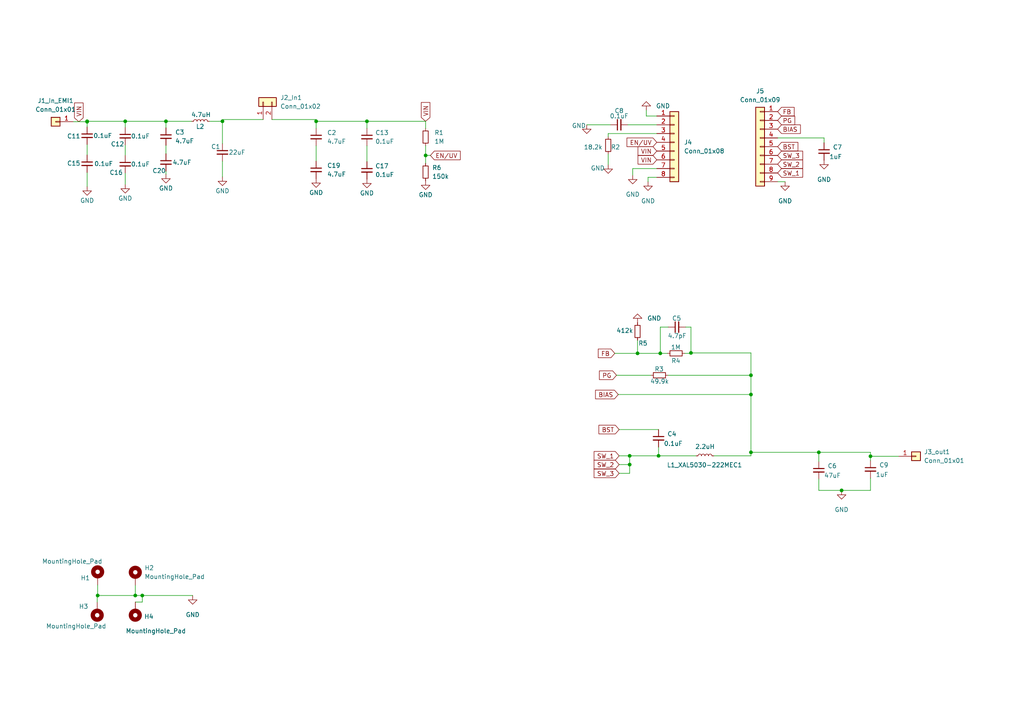
<source format=kicad_sch>
(kicad_sch (version 20211123) (generator eeschema)

  (uuid ed279d1e-60eb-4686-943f-8ac44d4a4c93)

  (paper "A4")

  (lib_symbols
    (symbol "Connector_Generic:Conn_01x01" (pin_names (offset 1.016) hide) (in_bom yes) (on_board yes)
      (property "Reference" "J" (id 0) (at 0 2.54 0)
        (effects (font (size 1.27 1.27)))
      )
      (property "Value" "Conn_01x01" (id 1) (at 0 -2.54 0)
        (effects (font (size 1.27 1.27)))
      )
      (property "Footprint" "" (id 2) (at 0 0 0)
        (effects (font (size 1.27 1.27)) hide)
      )
      (property "Datasheet" "~" (id 3) (at 0 0 0)
        (effects (font (size 1.27 1.27)) hide)
      )
      (property "ki_keywords" "connector" (id 4) (at 0 0 0)
        (effects (font (size 1.27 1.27)) hide)
      )
      (property "ki_description" "Generic connector, single row, 01x01, script generated (kicad-library-utils/schlib/autogen/connector/)" (id 5) (at 0 0 0)
        (effects (font (size 1.27 1.27)) hide)
      )
      (property "ki_fp_filters" "Connector*:*_1x??_*" (id 6) (at 0 0 0)
        (effects (font (size 1.27 1.27)) hide)
      )
      (symbol "Conn_01x01_1_1"
        (rectangle (start -1.27 0.127) (end 0 -0.127)
          (stroke (width 0.1524) (type default) (color 0 0 0 0))
          (fill (type none))
        )
        (rectangle (start -1.27 1.27) (end 1.27 -1.27)
          (stroke (width 0.254) (type default) (color 0 0 0 0))
          (fill (type background))
        )
        (pin passive line (at -5.08 0 0) (length 3.81)
          (name "Pin_1" (effects (font (size 1.27 1.27))))
          (number "1" (effects (font (size 1.27 1.27))))
        )
      )
    )
    (symbol "Connector_Generic:Conn_01x02" (pin_names (offset 1.016) hide) (in_bom yes) (on_board yes)
      (property "Reference" "J" (id 0) (at 0 2.54 0)
        (effects (font (size 1.27 1.27)))
      )
      (property "Value" "Conn_01x02" (id 1) (at 0 -5.08 0)
        (effects (font (size 1.27 1.27)))
      )
      (property "Footprint" "" (id 2) (at 0 0 0)
        (effects (font (size 1.27 1.27)) hide)
      )
      (property "Datasheet" "~" (id 3) (at 0 0 0)
        (effects (font (size 1.27 1.27)) hide)
      )
      (property "ki_keywords" "connector" (id 4) (at 0 0 0)
        (effects (font (size 1.27 1.27)) hide)
      )
      (property "ki_description" "Generic connector, single row, 01x02, script generated (kicad-library-utils/schlib/autogen/connector/)" (id 5) (at 0 0 0)
        (effects (font (size 1.27 1.27)) hide)
      )
      (property "ki_fp_filters" "Connector*:*_1x??_*" (id 6) (at 0 0 0)
        (effects (font (size 1.27 1.27)) hide)
      )
      (symbol "Conn_01x02_1_1"
        (rectangle (start -1.27 -2.413) (end 0 -2.667)
          (stroke (width 0.1524) (type default) (color 0 0 0 0))
          (fill (type none))
        )
        (rectangle (start -1.27 0.127) (end 0 -0.127)
          (stroke (width 0.1524) (type default) (color 0 0 0 0))
          (fill (type none))
        )
        (rectangle (start -1.27 1.27) (end 1.27 -3.81)
          (stroke (width 0.254) (type default) (color 0 0 0 0))
          (fill (type background))
        )
        (pin passive line (at -5.08 0 0) (length 3.81)
          (name "Pin_1" (effects (font (size 1.27 1.27))))
          (number "1" (effects (font (size 1.27 1.27))))
        )
        (pin passive line (at -5.08 -2.54 0) (length 3.81)
          (name "Pin_2" (effects (font (size 1.27 1.27))))
          (number "2" (effects (font (size 1.27 1.27))))
        )
      )
    )
    (symbol "Connector_Generic:Conn_01x08" (pin_names (offset 1.016) hide) (in_bom yes) (on_board yes)
      (property "Reference" "J" (id 0) (at 0 10.16 0)
        (effects (font (size 1.27 1.27)))
      )
      (property "Value" "Conn_01x08" (id 1) (at 0 -12.7 0)
        (effects (font (size 1.27 1.27)))
      )
      (property "Footprint" "" (id 2) (at 0 0 0)
        (effects (font (size 1.27 1.27)) hide)
      )
      (property "Datasheet" "~" (id 3) (at 0 0 0)
        (effects (font (size 1.27 1.27)) hide)
      )
      (property "ki_keywords" "connector" (id 4) (at 0 0 0)
        (effects (font (size 1.27 1.27)) hide)
      )
      (property "ki_description" "Generic connector, single row, 01x08, script generated (kicad-library-utils/schlib/autogen/connector/)" (id 5) (at 0 0 0)
        (effects (font (size 1.27 1.27)) hide)
      )
      (property "ki_fp_filters" "Connector*:*_1x??_*" (id 6) (at 0 0 0)
        (effects (font (size 1.27 1.27)) hide)
      )
      (symbol "Conn_01x08_1_1"
        (rectangle (start -1.27 -10.033) (end 0 -10.287)
          (stroke (width 0.1524) (type default) (color 0 0 0 0))
          (fill (type none))
        )
        (rectangle (start -1.27 -7.493) (end 0 -7.747)
          (stroke (width 0.1524) (type default) (color 0 0 0 0))
          (fill (type none))
        )
        (rectangle (start -1.27 -4.953) (end 0 -5.207)
          (stroke (width 0.1524) (type default) (color 0 0 0 0))
          (fill (type none))
        )
        (rectangle (start -1.27 -2.413) (end 0 -2.667)
          (stroke (width 0.1524) (type default) (color 0 0 0 0))
          (fill (type none))
        )
        (rectangle (start -1.27 0.127) (end 0 -0.127)
          (stroke (width 0.1524) (type default) (color 0 0 0 0))
          (fill (type none))
        )
        (rectangle (start -1.27 2.667) (end 0 2.413)
          (stroke (width 0.1524) (type default) (color 0 0 0 0))
          (fill (type none))
        )
        (rectangle (start -1.27 5.207) (end 0 4.953)
          (stroke (width 0.1524) (type default) (color 0 0 0 0))
          (fill (type none))
        )
        (rectangle (start -1.27 7.747) (end 0 7.493)
          (stroke (width 0.1524) (type default) (color 0 0 0 0))
          (fill (type none))
        )
        (rectangle (start -1.27 8.89) (end 1.27 -11.43)
          (stroke (width 0.254) (type default) (color 0 0 0 0))
          (fill (type background))
        )
        (pin passive line (at -5.08 7.62 0) (length 3.81)
          (name "Pin_1" (effects (font (size 1.27 1.27))))
          (number "1" (effects (font (size 1.27 1.27))))
        )
        (pin passive line (at -5.08 5.08 0) (length 3.81)
          (name "Pin_2" (effects (font (size 1.27 1.27))))
          (number "2" (effects (font (size 1.27 1.27))))
        )
        (pin passive line (at -5.08 2.54 0) (length 3.81)
          (name "Pin_3" (effects (font (size 1.27 1.27))))
          (number "3" (effects (font (size 1.27 1.27))))
        )
        (pin passive line (at -5.08 0 0) (length 3.81)
          (name "Pin_4" (effects (font (size 1.27 1.27))))
          (number "4" (effects (font (size 1.27 1.27))))
        )
        (pin passive line (at -5.08 -2.54 0) (length 3.81)
          (name "Pin_5" (effects (font (size 1.27 1.27))))
          (number "5" (effects (font (size 1.27 1.27))))
        )
        (pin passive line (at -5.08 -5.08 0) (length 3.81)
          (name "Pin_6" (effects (font (size 1.27 1.27))))
          (number "6" (effects (font (size 1.27 1.27))))
        )
        (pin passive line (at -5.08 -7.62 0) (length 3.81)
          (name "Pin_7" (effects (font (size 1.27 1.27))))
          (number "7" (effects (font (size 1.27 1.27))))
        )
        (pin passive line (at -5.08 -10.16 0) (length 3.81)
          (name "Pin_8" (effects (font (size 1.27 1.27))))
          (number "8" (effects (font (size 1.27 1.27))))
        )
      )
    )
    (symbol "Connector_Generic:Conn_01x09" (pin_names (offset 1.016) hide) (in_bom yes) (on_board yes)
      (property "Reference" "J" (id 0) (at 0 12.7 0)
        (effects (font (size 1.27 1.27)))
      )
      (property "Value" "Conn_01x09" (id 1) (at 0 -12.7 0)
        (effects (font (size 1.27 1.27)))
      )
      (property "Footprint" "" (id 2) (at 0 0 0)
        (effects (font (size 1.27 1.27)) hide)
      )
      (property "Datasheet" "~" (id 3) (at 0 0 0)
        (effects (font (size 1.27 1.27)) hide)
      )
      (property "ki_keywords" "connector" (id 4) (at 0 0 0)
        (effects (font (size 1.27 1.27)) hide)
      )
      (property "ki_description" "Generic connector, single row, 01x09, script generated (kicad-library-utils/schlib/autogen/connector/)" (id 5) (at 0 0 0)
        (effects (font (size 1.27 1.27)) hide)
      )
      (property "ki_fp_filters" "Connector*:*_1x??_*" (id 6) (at 0 0 0)
        (effects (font (size 1.27 1.27)) hide)
      )
      (symbol "Conn_01x09_1_1"
        (rectangle (start -1.27 -10.033) (end 0 -10.287)
          (stroke (width 0.1524) (type default) (color 0 0 0 0))
          (fill (type none))
        )
        (rectangle (start -1.27 -7.493) (end 0 -7.747)
          (stroke (width 0.1524) (type default) (color 0 0 0 0))
          (fill (type none))
        )
        (rectangle (start -1.27 -4.953) (end 0 -5.207)
          (stroke (width 0.1524) (type default) (color 0 0 0 0))
          (fill (type none))
        )
        (rectangle (start -1.27 -2.413) (end 0 -2.667)
          (stroke (width 0.1524) (type default) (color 0 0 0 0))
          (fill (type none))
        )
        (rectangle (start -1.27 0.127) (end 0 -0.127)
          (stroke (width 0.1524) (type default) (color 0 0 0 0))
          (fill (type none))
        )
        (rectangle (start -1.27 2.667) (end 0 2.413)
          (stroke (width 0.1524) (type default) (color 0 0 0 0))
          (fill (type none))
        )
        (rectangle (start -1.27 5.207) (end 0 4.953)
          (stroke (width 0.1524) (type default) (color 0 0 0 0))
          (fill (type none))
        )
        (rectangle (start -1.27 7.747) (end 0 7.493)
          (stroke (width 0.1524) (type default) (color 0 0 0 0))
          (fill (type none))
        )
        (rectangle (start -1.27 10.287) (end 0 10.033)
          (stroke (width 0.1524) (type default) (color 0 0 0 0))
          (fill (type none))
        )
        (rectangle (start -1.27 11.43) (end 1.27 -11.43)
          (stroke (width 0.254) (type default) (color 0 0 0 0))
          (fill (type background))
        )
        (pin passive line (at -5.08 10.16 0) (length 3.81)
          (name "Pin_1" (effects (font (size 1.27 1.27))))
          (number "1" (effects (font (size 1.27 1.27))))
        )
        (pin passive line (at -5.08 7.62 0) (length 3.81)
          (name "Pin_2" (effects (font (size 1.27 1.27))))
          (number "2" (effects (font (size 1.27 1.27))))
        )
        (pin passive line (at -5.08 5.08 0) (length 3.81)
          (name "Pin_3" (effects (font (size 1.27 1.27))))
          (number "3" (effects (font (size 1.27 1.27))))
        )
        (pin passive line (at -5.08 2.54 0) (length 3.81)
          (name "Pin_4" (effects (font (size 1.27 1.27))))
          (number "4" (effects (font (size 1.27 1.27))))
        )
        (pin passive line (at -5.08 0 0) (length 3.81)
          (name "Pin_5" (effects (font (size 1.27 1.27))))
          (number "5" (effects (font (size 1.27 1.27))))
        )
        (pin passive line (at -5.08 -2.54 0) (length 3.81)
          (name "Pin_6" (effects (font (size 1.27 1.27))))
          (number "6" (effects (font (size 1.27 1.27))))
        )
        (pin passive line (at -5.08 -5.08 0) (length 3.81)
          (name "Pin_7" (effects (font (size 1.27 1.27))))
          (number "7" (effects (font (size 1.27 1.27))))
        )
        (pin passive line (at -5.08 -7.62 0) (length 3.81)
          (name "Pin_8" (effects (font (size 1.27 1.27))))
          (number "8" (effects (font (size 1.27 1.27))))
        )
        (pin passive line (at -5.08 -10.16 0) (length 3.81)
          (name "Pin_9" (effects (font (size 1.27 1.27))))
          (number "9" (effects (font (size 1.27 1.27))))
        )
      )
    )
    (symbol "Device:C_Small" (pin_numbers hide) (pin_names (offset 0.254) hide) (in_bom yes) (on_board yes)
      (property "Reference" "C" (id 0) (at 0.254 1.778 0)
        (effects (font (size 1.27 1.27)) (justify left))
      )
      (property "Value" "C_Small" (id 1) (at 0.254 -2.032 0)
        (effects (font (size 1.27 1.27)) (justify left))
      )
      (property "Footprint" "" (id 2) (at 0 0 0)
        (effects (font (size 1.27 1.27)) hide)
      )
      (property "Datasheet" "~" (id 3) (at 0 0 0)
        (effects (font (size 1.27 1.27)) hide)
      )
      (property "ki_keywords" "capacitor cap" (id 4) (at 0 0 0)
        (effects (font (size 1.27 1.27)) hide)
      )
      (property "ki_description" "Unpolarized capacitor, small symbol" (id 5) (at 0 0 0)
        (effects (font (size 1.27 1.27)) hide)
      )
      (property "ki_fp_filters" "C_*" (id 6) (at 0 0 0)
        (effects (font (size 1.27 1.27)) hide)
      )
      (symbol "C_Small_0_1"
        (polyline
          (pts
            (xy -1.524 -0.508)
            (xy 1.524 -0.508)
          )
          (stroke (width 0.3302) (type default) (color 0 0 0 0))
          (fill (type none))
        )
        (polyline
          (pts
            (xy -1.524 0.508)
            (xy 1.524 0.508)
          )
          (stroke (width 0.3048) (type default) (color 0 0 0 0))
          (fill (type none))
        )
      )
      (symbol "C_Small_1_1"
        (pin passive line (at 0 2.54 270) (length 2.032)
          (name "~" (effects (font (size 1.27 1.27))))
          (number "1" (effects (font (size 1.27 1.27))))
        )
        (pin passive line (at 0 -2.54 90) (length 2.032)
          (name "~" (effects (font (size 1.27 1.27))))
          (number "2" (effects (font (size 1.27 1.27))))
        )
      )
    )
    (symbol "Device:L_Small" (pin_numbers hide) (pin_names (offset 0.254) hide) (in_bom yes) (on_board yes)
      (property "Reference" "L" (id 0) (at 0.762 1.016 0)
        (effects (font (size 1.27 1.27)) (justify left))
      )
      (property "Value" "L_Small" (id 1) (at 0.762 -1.016 0)
        (effects (font (size 1.27 1.27)) (justify left))
      )
      (property "Footprint" "" (id 2) (at 0 0 0)
        (effects (font (size 1.27 1.27)) hide)
      )
      (property "Datasheet" "~" (id 3) (at 0 0 0)
        (effects (font (size 1.27 1.27)) hide)
      )
      (property "ki_keywords" "inductor choke coil reactor magnetic" (id 4) (at 0 0 0)
        (effects (font (size 1.27 1.27)) hide)
      )
      (property "ki_description" "Inductor, small symbol" (id 5) (at 0 0 0)
        (effects (font (size 1.27 1.27)) hide)
      )
      (property "ki_fp_filters" "Choke_* *Coil* Inductor_* L_*" (id 6) (at 0 0 0)
        (effects (font (size 1.27 1.27)) hide)
      )
      (symbol "L_Small_0_1"
        (arc (start 0 -2.032) (mid 0.508 -1.524) (end 0 -1.016)
          (stroke (width 0) (type default) (color 0 0 0 0))
          (fill (type none))
        )
        (arc (start 0 -1.016) (mid 0.508 -0.508) (end 0 0)
          (stroke (width 0) (type default) (color 0 0 0 0))
          (fill (type none))
        )
        (arc (start 0 0) (mid 0.508 0.508) (end 0 1.016)
          (stroke (width 0) (type default) (color 0 0 0 0))
          (fill (type none))
        )
        (arc (start 0 1.016) (mid 0.508 1.524) (end 0 2.032)
          (stroke (width 0) (type default) (color 0 0 0 0))
          (fill (type none))
        )
      )
      (symbol "L_Small_1_1"
        (pin passive line (at 0 2.54 270) (length 0.508)
          (name "~" (effects (font (size 1.27 1.27))))
          (number "1" (effects (font (size 1.27 1.27))))
        )
        (pin passive line (at 0 -2.54 90) (length 0.508)
          (name "~" (effects (font (size 1.27 1.27))))
          (number "2" (effects (font (size 1.27 1.27))))
        )
      )
    )
    (symbol "Device:R_Small" (pin_numbers hide) (pin_names (offset 0.254) hide) (in_bom yes) (on_board yes)
      (property "Reference" "R" (id 0) (at 0.762 0.508 0)
        (effects (font (size 1.27 1.27)) (justify left))
      )
      (property "Value" "R_Small" (id 1) (at 0.762 -1.016 0)
        (effects (font (size 1.27 1.27)) (justify left))
      )
      (property "Footprint" "" (id 2) (at 0 0 0)
        (effects (font (size 1.27 1.27)) hide)
      )
      (property "Datasheet" "~" (id 3) (at 0 0 0)
        (effects (font (size 1.27 1.27)) hide)
      )
      (property "ki_keywords" "R resistor" (id 4) (at 0 0 0)
        (effects (font (size 1.27 1.27)) hide)
      )
      (property "ki_description" "Resistor, small symbol" (id 5) (at 0 0 0)
        (effects (font (size 1.27 1.27)) hide)
      )
      (property "ki_fp_filters" "R_*" (id 6) (at 0 0 0)
        (effects (font (size 1.27 1.27)) hide)
      )
      (symbol "R_Small_0_1"
        (rectangle (start -0.762 1.778) (end 0.762 -1.778)
          (stroke (width 0.2032) (type default) (color 0 0 0 0))
          (fill (type none))
        )
      )
      (symbol "R_Small_1_1"
        (pin passive line (at 0 2.54 270) (length 0.762)
          (name "~" (effects (font (size 1.27 1.27))))
          (number "1" (effects (font (size 1.27 1.27))))
        )
        (pin passive line (at 0 -2.54 90) (length 0.762)
          (name "~" (effects (font (size 1.27 1.27))))
          (number "2" (effects (font (size 1.27 1.27))))
        )
      )
    )
    (symbol "Mechanical:MountingHole_Pad" (pin_numbers hide) (pin_names (offset 1.016) hide) (in_bom yes) (on_board yes)
      (property "Reference" "H" (id 0) (at 0 6.35 0)
        (effects (font (size 1.27 1.27)))
      )
      (property "Value" "MountingHole_Pad" (id 1) (at 0 4.445 0)
        (effects (font (size 1.27 1.27)))
      )
      (property "Footprint" "" (id 2) (at 0 0 0)
        (effects (font (size 1.27 1.27)) hide)
      )
      (property "Datasheet" "~" (id 3) (at 0 0 0)
        (effects (font (size 1.27 1.27)) hide)
      )
      (property "ki_keywords" "mounting hole" (id 4) (at 0 0 0)
        (effects (font (size 1.27 1.27)) hide)
      )
      (property "ki_description" "Mounting Hole with connection" (id 5) (at 0 0 0)
        (effects (font (size 1.27 1.27)) hide)
      )
      (property "ki_fp_filters" "MountingHole*Pad*" (id 6) (at 0 0 0)
        (effects (font (size 1.27 1.27)) hide)
      )
      (symbol "MountingHole_Pad_0_1"
        (circle (center 0 1.27) (radius 1.27)
          (stroke (width 1.27) (type default) (color 0 0 0 0))
          (fill (type none))
        )
      )
      (symbol "MountingHole_Pad_1_1"
        (pin input line (at 0 -2.54 90) (length 2.54)
          (name "1" (effects (font (size 1.27 1.27))))
          (number "1" (effects (font (size 1.27 1.27))))
        )
      )
    )
    (symbol "power:GND" (power) (pin_names (offset 0)) (in_bom yes) (on_board yes)
      (property "Reference" "#PWR" (id 0) (at 0 -6.35 0)
        (effects (font (size 1.27 1.27)) hide)
      )
      (property "Value" "GND" (id 1) (at 0 -3.81 0)
        (effects (font (size 1.27 1.27)))
      )
      (property "Footprint" "" (id 2) (at 0 0 0)
        (effects (font (size 1.27 1.27)) hide)
      )
      (property "Datasheet" "" (id 3) (at 0 0 0)
        (effects (font (size 1.27 1.27)) hide)
      )
      (property "ki_keywords" "power-flag" (id 4) (at 0 0 0)
        (effects (font (size 1.27 1.27)) hide)
      )
      (property "ki_description" "Power symbol creates a global label with name \"GND\" , ground" (id 5) (at 0 0 0)
        (effects (font (size 1.27 1.27)) hide)
      )
      (symbol "GND_0_1"
        (polyline
          (pts
            (xy 0 0)
            (xy 0 -1.27)
            (xy 1.27 -1.27)
            (xy 0 -2.54)
            (xy -1.27 -1.27)
            (xy 0 -1.27)
          )
          (stroke (width 0) (type default) (color 0 0 0 0))
          (fill (type none))
        )
      )
      (symbol "GND_1_1"
        (pin power_in line (at 0 0 270) (length 0) hide
          (name "GND" (effects (font (size 1.27 1.27))))
          (number "1" (effects (font (size 1.27 1.27))))
        )
      )
    )
  )

  (junction (at 217.805 114.427) (diameter 0) (color 0 0 0 0)
    (uuid 18b86557-49bd-4a63-a349-5aa408e2c478)
  )
  (junction (at 182.626 132.207) (diameter 0) (color 0 0 0 0)
    (uuid 1d4421ea-15fa-4a37-86fe-6edabe862df0)
  )
  (junction (at 191.516 102.489) (diameter 0) (color 0 0 0 0)
    (uuid 243b09e3-a567-4e1a-8585-0c4feb76b9cb)
  )
  (junction (at 64.516 35.179) (diameter 0) (color 0 0 0 0)
    (uuid 25614cba-7c83-462d-8ea4-28eca9e3fbdc)
  )
  (junction (at 244.094 142.24) (diameter 0) (color 0 0 0 0)
    (uuid 25ee490d-c39d-413b-9dda-ffe4821620db)
  )
  (junction (at 217.805 108.839) (diameter 0) (color 0 0 0 0)
    (uuid 27bbd457-844e-431e-9731-8760bf86a186)
  )
  (junction (at 182.626 134.747) (diameter 0) (color 0 0 0 0)
    (uuid 287c5a09-6866-43db-94af-b2cc49397376)
  )
  (junction (at 217.805 131.191) (diameter 0) (color 0 0 0 0)
    (uuid 31cdbbbc-1003-4c77-8b6b-900ec01910f9)
  )
  (junction (at 237.49 131.191) (diameter 0) (color 0 0 0 0)
    (uuid 44fd9b89-bcf7-4254-9afb-72382f3adaf9)
  )
  (junction (at 252.476 132.334) (diameter 0) (color 0 0 0 0)
    (uuid 4eef0a3b-c8b4-4da5-b611-c33c0854ed49)
  )
  (junction (at 184.912 102.489) (diameter 0) (color 0 0 0 0)
    (uuid 67b6562a-7d97-4461-83cb-a14364172a8e)
  )
  (junction (at 41.275 172.72) (diameter 0) (color 0 0 0 0)
    (uuid 7e0fe86a-2c90-441b-9d16-f807bb8ec040)
  )
  (junction (at 123.444 45.085) (diameter 0) (color 0 0 0 0)
    (uuid 8f4758a5-b74a-453c-8bb2-0ba5aa90364b)
  )
  (junction (at 28.321 172.72) (diameter 0) (color 0 0 0 0)
    (uuid 9056702b-61f0-4461-8dee-a57d77350dbb)
  )
  (junction (at 25.273 35.179) (diameter 0) (color 0 0 0 0)
    (uuid 90ee18b6-91c9-4598-823b-b1a08cf74e02)
  )
  (junction (at 200.406 102.362) (diameter 0) (color 0 0 0 0)
    (uuid 953d1fee-72e8-4e43-9bc6-99dcb4649157)
  )
  (junction (at 48.133 35.179) (diameter 0) (color 0 0 0 0)
    (uuid 9d0a68f1-7cdb-401d-be21-c00a82557070)
  )
  (junction (at 36.322 35.179) (diameter 0) (color 0 0 0 0)
    (uuid aa6d4ce1-5358-4d6d-8c16-f85ef15ef6be)
  )
  (junction (at 91.694 35.179) (diameter 0) (color 0 0 0 0)
    (uuid c0e3e298-169e-4f26-bbfb-d9a177745288)
  )
  (junction (at 25.273 35.306) (diameter 0) (color 0 0 0 0)
    (uuid c6794e35-298e-4f81-8b2e-ef59152eefeb)
  )
  (junction (at 106.426 35.179) (diameter 0) (color 0 0 0 0)
    (uuid dba92bea-2bb7-4aa7-8f1f-07de715ca229)
  )
  (junction (at 39.243 172.72) (diameter 0) (color 0 0 0 0)
    (uuid e0948c8e-8ec0-4c0c-aacd-bd39eb7789cf)
  )
  (junction (at 191.008 132.207) (diameter 0) (color 0 0 0 0)
    (uuid e52654e7-554c-4d85-aa5d-d50c4b94110a)
  )

  (wire (pts (xy 179.324 114.427) (xy 217.805 114.427))
    (stroke (width 0) (type default) (color 0 0 0 0))
    (uuid 000ac4a3-aeef-41be-b7e0-fc53a0b80ea7)
  )
  (wire (pts (xy 179.578 137.287) (xy 182.626 137.287))
    (stroke (width 0) (type default) (color 0 0 0 0))
    (uuid 0aacd996-c08c-473b-9f91-e1aa49d91b51)
  )
  (wire (pts (xy 200.406 94.869) (xy 200.406 102.362))
    (stroke (width 0) (type default) (color 0 0 0 0))
    (uuid 0eefabd7-0cb0-4f56-b811-0b030b0c813b)
  )
  (wire (pts (xy 36.322 50.165) (xy 36.322 53.467))
    (stroke (width 0) (type default) (color 0 0 0 0))
    (uuid 1445aea6-76a7-4af9-bb34-698393665257)
  )
  (wire (pts (xy 237.49 133.858) (xy 237.49 131.191))
    (stroke (width 0) (type default) (color 0 0 0 0))
    (uuid 19d0cd02-c6db-4c9c-a3b6-6021aabb0413)
  )
  (wire (pts (xy 178.816 108.839) (xy 188.722 108.839))
    (stroke (width 0) (type default) (color 0 0 0 0))
    (uuid 19e68c3f-f36f-4c53-b1fb-109d8a939241)
  )
  (wire (pts (xy 187.452 33.655) (xy 187.452 32.004))
    (stroke (width 0) (type default) (color 0 0 0 0))
    (uuid 2c1f2919-2097-4169-bc66-3f54c9d0719d)
  )
  (wire (pts (xy 225.552 52.705) (xy 227.711 52.705))
    (stroke (width 0) (type default) (color 0 0 0 0))
    (uuid 30d77d32-c629-46b3-bb1a-fd066453d8d5)
  )
  (wire (pts (xy 217.805 131.191) (xy 237.49 131.191))
    (stroke (width 0) (type default) (color 0 0 0 0))
    (uuid 30ea0dc4-0459-4e73-977f-c6eacdd974c8)
  )
  (wire (pts (xy 36.322 42.037) (xy 36.322 45.085))
    (stroke (width 0) (type default) (color 0 0 0 0))
    (uuid 31127be4-9964-4635-a2f0-9472116ef4fe)
  )
  (wire (pts (xy 64.516 46.736) (xy 64.516 51.308))
    (stroke (width 0) (type default) (color 0 0 0 0))
    (uuid 32bcc731-3f70-4b12-a28e-97501b25fe86)
  )
  (wire (pts (xy 183.515 50.8) (xy 183.515 48.895))
    (stroke (width 0) (type default) (color 0 0 0 0))
    (uuid 334af782-e29e-46b4-9824-7b16368ce74f)
  )
  (wire (pts (xy 123.444 42.291) (xy 123.444 45.085))
    (stroke (width 0) (type default) (color 0 0 0 0))
    (uuid 35152a9e-e6a7-4e05-b469-2091040818dd)
  )
  (wire (pts (xy 217.805 102.362) (xy 217.805 108.839))
    (stroke (width 0) (type default) (color 0 0 0 0))
    (uuid 36c200eb-2bb1-4f74-96be-f7071cac9ecb)
  )
  (wire (pts (xy 183.515 48.895) (xy 190.5 48.895))
    (stroke (width 0) (type default) (color 0 0 0 0))
    (uuid 3aedc86d-c459-40f1-91c1-53e954d9beaa)
  )
  (wire (pts (xy 176.403 38.735) (xy 190.5 38.735))
    (stroke (width 0) (type default) (color 0 0 0 0))
    (uuid 3b9bd843-831e-4c94-b4cc-812a1dc421ab)
  )
  (wire (pts (xy 41.275 172.72) (xy 55.88 172.72))
    (stroke (width 0) (type default) (color 0 0 0 0))
    (uuid 3dff55f4-8202-4430-bede-385f78adeae4)
  )
  (wire (pts (xy 252.476 138.684) (xy 252.476 142.24))
    (stroke (width 0) (type default) (color 0 0 0 0))
    (uuid 3eb2bd35-18ae-4f66-8575-35bed4103a58)
  )
  (wire (pts (xy 184.912 102.489) (xy 184.912 98.679))
    (stroke (width 0) (type default) (color 0 0 0 0))
    (uuid 3f7da663-ea79-43fb-8912-e4b11bfc21fe)
  )
  (wire (pts (xy 25.273 36.83) (xy 25.273 35.306))
    (stroke (width 0) (type default) (color 0 0 0 0))
    (uuid 43b361d9-f6c0-4ffd-b40a-0f6737bfb11c)
  )
  (wire (pts (xy 182.626 132.207) (xy 182.626 134.747))
    (stroke (width 0) (type default) (color 0 0 0 0))
    (uuid 5086890e-8105-4ff9-a627-ed6fbecc0805)
  )
  (wire (pts (xy 64.516 35.179) (xy 64.516 41.656))
    (stroke (width 0) (type default) (color 0 0 0 0))
    (uuid 51e8162c-43fc-49b6-9425-89296b071b1d)
  )
  (wire (pts (xy 91.694 35.179) (xy 91.694 37.211))
    (stroke (width 0) (type default) (color 0 0 0 0))
    (uuid 51f39393-3954-4b35-9c31-6b4d6947b9ae)
  )
  (wire (pts (xy 78.867 34.671) (xy 91.694 34.671))
    (stroke (width 0) (type default) (color 0 0 0 0))
    (uuid 51f806ee-bfa5-4236-95fb-1aeb17ca9872)
  )
  (wire (pts (xy 48.133 35.179) (xy 55.626 35.179))
    (stroke (width 0) (type default) (color 0 0 0 0))
    (uuid 52ac31df-215e-4a93-ba18-01da1665a23b)
  )
  (wire (pts (xy 106.426 35.179) (xy 106.426 37.211))
    (stroke (width 0) (type default) (color 0 0 0 0))
    (uuid 539d90e5-6f04-419e-8597-77f0d0230451)
  )
  (wire (pts (xy 91.694 35.179) (xy 106.426 35.179))
    (stroke (width 0) (type default) (color 0 0 0 0))
    (uuid 55f933c0-1656-47c5-9271-96880c0f1994)
  )
  (wire (pts (xy 28.321 172.72) (xy 39.243 172.72))
    (stroke (width 0) (type default) (color 0 0 0 0))
    (uuid 5716f8eb-a83b-411a-b850-73deb7d516da)
  )
  (wire (pts (xy 217.805 131.191) (xy 217.805 132.207))
    (stroke (width 0) (type default) (color 0 0 0 0))
    (uuid 5a4e16c3-7343-425d-b865-ec6966f2a8dd)
  )
  (wire (pts (xy 36.322 36.957) (xy 36.322 35.179))
    (stroke (width 0) (type default) (color 0 0 0 0))
    (uuid 5b4db7fe-4916-46aa-a4f7-3e9c7690927e)
  )
  (wire (pts (xy 187.96 51.435) (xy 190.5 51.435))
    (stroke (width 0) (type default) (color 0 0 0 0))
    (uuid 5e78bf43-fc47-4b4f-abf9-b98c212cc614)
  )
  (wire (pts (xy 25.273 35.306) (xy 25.273 35.179))
    (stroke (width 0) (type default) (color 0 0 0 0))
    (uuid 5eaaac06-85a9-4887-85b0-06e7cc12224b)
  )
  (wire (pts (xy 198.882 94.869) (xy 200.406 94.869))
    (stroke (width 0) (type default) (color 0 0 0 0))
    (uuid 61ffea9e-a70e-467b-a24a-e3a56d0941cf)
  )
  (wire (pts (xy 252.476 133.604) (xy 252.476 132.334))
    (stroke (width 0) (type default) (color 0 0 0 0))
    (uuid 68a22c4a-8dc1-44be-9f41-67c3f662184a)
  )
  (wire (pts (xy 200.406 102.362) (xy 200.406 102.489))
    (stroke (width 0) (type default) (color 0 0 0 0))
    (uuid 72ced30b-419e-4898-beb3-79ea4f14d254)
  )
  (wire (pts (xy 252.476 132.334) (xy 260.604 132.334))
    (stroke (width 0) (type default) (color 0 0 0 0))
    (uuid 739746f7-4f27-48a9-8cc8-71f281466921)
  )
  (wire (pts (xy 64.516 34.671) (xy 64.516 35.179))
    (stroke (width 0) (type default) (color 0 0 0 0))
    (uuid 76113127-d0fa-4fdf-84e0-21ed7f20f6d1)
  )
  (wire (pts (xy 237.49 142.24) (xy 244.094 142.24))
    (stroke (width 0) (type default) (color 0 0 0 0))
    (uuid 7b3d4c80-b87d-4375-ab95-5faa0b56b85d)
  )
  (wire (pts (xy 28.194 172.72) (xy 28.321 172.72))
    (stroke (width 0) (type default) (color 0 0 0 0))
    (uuid 7b840e9b-8aa1-4b22-90f5-f1eee7e0eab3)
  )
  (wire (pts (xy 41.275 174.625) (xy 41.275 172.72))
    (stroke (width 0) (type default) (color 0 0 0 0))
    (uuid 7dc6278a-d5a1-4b0c-88d9-a7c2fa0fe4b8)
  )
  (wire (pts (xy 179.578 132.207) (xy 182.626 132.207))
    (stroke (width 0) (type default) (color 0 0 0 0))
    (uuid 80b207b8-4ef8-4eda-9e64-bbcb392c41d3)
  )
  (wire (pts (xy 217.805 114.427) (xy 217.805 131.191))
    (stroke (width 0) (type default) (color 0 0 0 0))
    (uuid 80ecc780-58e7-4392-9dc5-1c64fda2d18a)
  )
  (wire (pts (xy 191.008 132.207) (xy 201.93 132.207))
    (stroke (width 0) (type default) (color 0 0 0 0))
    (uuid 84f3946b-4fa6-4d21-ac57-366a7fa438f4)
  )
  (wire (pts (xy 191.516 102.489) (xy 193.548 102.489))
    (stroke (width 0) (type default) (color 0 0 0 0))
    (uuid 8bfa7809-a575-450e-b6a9-5ec70a92e4ba)
  )
  (wire (pts (xy 239.014 41.402) (xy 239.014 40.005))
    (stroke (width 0) (type default) (color 0 0 0 0))
    (uuid 8cf80ebf-b84f-4e0b-8d26-4a61c77d09ea)
  )
  (wire (pts (xy 179.578 124.587) (xy 191.008 124.587))
    (stroke (width 0) (type default) (color 0 0 0 0))
    (uuid 8fbd0e4b-8554-417a-8c68-70c5b0d01fec)
  )
  (wire (pts (xy 91.694 42.291) (xy 91.694 46.736))
    (stroke (width 0) (type default) (color 0 0 0 0))
    (uuid 92e28029-a5a3-4d11-8ae7-c950bfe4e989)
  )
  (wire (pts (xy 182.118 36.195) (xy 190.5 36.195))
    (stroke (width 0) (type default) (color 0 0 0 0))
    (uuid 96b3fb8b-73f1-4a13-bb13-c5044affc800)
  )
  (wire (pts (xy 39.243 172.72) (xy 41.275 172.72))
    (stroke (width 0) (type default) (color 0 0 0 0))
    (uuid 9b7be4ca-425c-4072-aadd-6fa2cf499800)
  )
  (wire (pts (xy 237.49 138.938) (xy 237.49 142.24))
    (stroke (width 0) (type default) (color 0 0 0 0))
    (uuid 9e0b259c-f3c5-4e00-9d2f-b7e4aa417d74)
  )
  (wire (pts (xy 36.322 35.179) (xy 48.133 35.179))
    (stroke (width 0) (type default) (color 0 0 0 0))
    (uuid 9f586100-cc1b-4462-b63b-0b82ad5f38cc)
  )
  (wire (pts (xy 28.321 169.672) (xy 28.321 172.72))
    (stroke (width 0) (type default) (color 0 0 0 0))
    (uuid a0e4f1c6-dbf9-4c3c-836a-9a3ed31bd164)
  )
  (wire (pts (xy 239.014 40.005) (xy 225.552 40.005))
    (stroke (width 0) (type default) (color 0 0 0 0))
    (uuid a3862935-493f-425a-aa6d-b7b259591166)
  )
  (wire (pts (xy 48.133 49.657) (xy 48.133 50.546))
    (stroke (width 0) (type default) (color 0 0 0 0))
    (uuid a52d1ac1-fdd5-443d-ac42-b81ab1056ebf)
  )
  (wire (pts (xy 190.5 33.655) (xy 187.452 33.655))
    (stroke (width 0) (type default) (color 0 0 0 0))
    (uuid acda2977-d040-4f06-adeb-6827e49c2c6d)
  )
  (wire (pts (xy 237.49 131.191) (xy 252.476 131.191))
    (stroke (width 0) (type default) (color 0 0 0 0))
    (uuid ada8a5a7-776e-48ea-8f90-ddcea2d6d424)
  )
  (wire (pts (xy 48.133 37.084) (xy 48.133 35.179))
    (stroke (width 0) (type default) (color 0 0 0 0))
    (uuid b0ac3b0c-32fb-4689-8060-7b70ace9e0d7)
  )
  (wire (pts (xy 193.802 108.839) (xy 217.805 108.839))
    (stroke (width 0) (type default) (color 0 0 0 0))
    (uuid b1c30858-808f-4f94-a100-73b901077d96)
  )
  (wire (pts (xy 178.308 102.489) (xy 184.912 102.489))
    (stroke (width 0) (type default) (color 0 0 0 0))
    (uuid b21211fe-8064-49da-aa30-eb36bbe5f0b9)
  )
  (wire (pts (xy 25.273 50.038) (xy 25.273 54.102))
    (stroke (width 0) (type default) (color 0 0 0 0))
    (uuid b2c1b2be-eec3-4036-a330-8c222c9dc720)
  )
  (wire (pts (xy 39.243 174.625) (xy 41.275 174.625))
    (stroke (width 0) (type default) (color 0 0 0 0))
    (uuid b64b1db1-2f12-41b8-b4c0-25809f34ef8c)
  )
  (wire (pts (xy 106.426 35.179) (xy 123.444 35.179))
    (stroke (width 0) (type default) (color 0 0 0 0))
    (uuid b6678f85-ab12-461d-af28-72b5d5f6f4dd)
  )
  (wire (pts (xy 123.444 45.085) (xy 123.444 47.371))
    (stroke (width 0) (type default) (color 0 0 0 0))
    (uuid b7215aac-b044-4885-acb9-29232bc15f6e)
  )
  (wire (pts (xy 21.209 35.306) (xy 25.273 35.306))
    (stroke (width 0) (type default) (color 0 0 0 0))
    (uuid b735ef05-cd60-440b-9c7b-13295794a046)
  )
  (wire (pts (xy 60.706 35.179) (xy 64.516 35.179))
    (stroke (width 0) (type default) (color 0 0 0 0))
    (uuid b944e985-6722-464f-b84b-27461c03d60c)
  )
  (wire (pts (xy 176.403 47.752) (xy 176.403 44.704))
    (stroke (width 0) (type default) (color 0 0 0 0))
    (uuid bb0dba01-42af-47fa-bb25-8cd5588558ed)
  )
  (wire (pts (xy 187.96 52.705) (xy 187.96 51.435))
    (stroke (width 0) (type default) (color 0 0 0 0))
    (uuid c127d88c-ac9c-4adf-abd5-837be1a483ff)
  )
  (wire (pts (xy 184.912 102.489) (xy 191.516 102.489))
    (stroke (width 0) (type default) (color 0 0 0 0))
    (uuid c2118464-69d4-4cc2-9813-4e852ad6e1f3)
  )
  (wire (pts (xy 170.18 36.195) (xy 177.038 36.195))
    (stroke (width 0) (type default) (color 0 0 0 0))
    (uuid cedb9ec6-d25f-4c0b-b705-f6f191c020b0)
  )
  (wire (pts (xy 191.008 132.207) (xy 182.626 132.207))
    (stroke (width 0) (type default) (color 0 0 0 0))
    (uuid cf032693-819b-490b-950f-4aa9235c5f28)
  )
  (wire (pts (xy 191.516 94.869) (xy 191.516 102.489))
    (stroke (width 0) (type default) (color 0 0 0 0))
    (uuid d2b8cc5d-b374-4dcf-85fd-667a5960f91c)
  )
  (wire (pts (xy 191.008 129.667) (xy 191.008 132.207))
    (stroke (width 0) (type default) (color 0 0 0 0))
    (uuid d6771e4a-b96d-44c1-a935-e35d94cf99a1)
  )
  (wire (pts (xy 123.444 35.179) (xy 123.444 37.211))
    (stroke (width 0) (type default) (color 0 0 0 0))
    (uuid d8a665da-6717-43f7-bf26-76a4024023fa)
  )
  (wire (pts (xy 76.327 34.671) (xy 64.516 34.671))
    (stroke (width 0) (type default) (color 0 0 0 0))
    (uuid db4010e6-55b7-47f9-9fe5-4ea79ab84f57)
  )
  (wire (pts (xy 182.626 137.287) (xy 182.626 134.747))
    (stroke (width 0) (type default) (color 0 0 0 0))
    (uuid db6f6e08-a0a4-431d-b9d0-ae24ad3e50a3)
  )
  (wire (pts (xy 39.243 169.799) (xy 39.243 172.72))
    (stroke (width 0) (type default) (color 0 0 0 0))
    (uuid df748676-8d43-4e3b-b85d-3459768becfb)
  )
  (wire (pts (xy 217.805 108.839) (xy 217.805 114.427))
    (stroke (width 0) (type default) (color 0 0 0 0))
    (uuid dfd2a80c-fb83-48b0-be73-7670d2b85c7e)
  )
  (wire (pts (xy 207.01 132.207) (xy 217.805 132.207))
    (stroke (width 0) (type default) (color 0 0 0 0))
    (uuid dff8550d-5949-4d64-9601-7431e151091f)
  )
  (wire (pts (xy 176.403 39.624) (xy 176.403 38.735))
    (stroke (width 0) (type default) (color 0 0 0 0))
    (uuid e205a34c-c1fd-4ab4-a54b-dbc362a28ef9)
  )
  (wire (pts (xy 200.406 102.362) (xy 217.805 102.362))
    (stroke (width 0) (type default) (color 0 0 0 0))
    (uuid e344f8a0-52ad-42fc-9d97-4bacc54bc11a)
  )
  (wire (pts (xy 200.406 102.489) (xy 198.628 102.489))
    (stroke (width 0) (type default) (color 0 0 0 0))
    (uuid e3ca1eb2-2ac6-4a54-916b-44f976195835)
  )
  (wire (pts (xy 244.094 142.24) (xy 252.476 142.24))
    (stroke (width 0) (type default) (color 0 0 0 0))
    (uuid eaaadaee-496c-41dd-b64b-c0220e11a26d)
  )
  (wire (pts (xy 25.273 35.179) (xy 36.322 35.179))
    (stroke (width 0) (type default) (color 0 0 0 0))
    (uuid ec165d52-d4f8-4b5c-8f6d-60d6e789c4dd)
  )
  (wire (pts (xy 25.273 41.91) (xy 25.273 44.958))
    (stroke (width 0) (type default) (color 0 0 0 0))
    (uuid ecd3aaa5-3c83-4fe6-8e4d-64bc51af5f9d)
  )
  (wire (pts (xy 193.802 94.869) (xy 191.516 94.869))
    (stroke (width 0) (type default) (color 0 0 0 0))
    (uuid ef824105-6a72-411a-93e9-417f9e890883)
  )
  (wire (pts (xy 91.694 34.671) (xy 91.694 35.179))
    (stroke (width 0) (type default) (color 0 0 0 0))
    (uuid f1b30f0f-821c-498e-9110-eaa08c302b74)
  )
  (wire (pts (xy 48.133 42.164) (xy 48.133 44.577))
    (stroke (width 0) (type default) (color 0 0 0 0))
    (uuid f1bc5c7b-ed53-41af-8029-aa731b7bfdf5)
  )
  (wire (pts (xy 106.426 42.291) (xy 106.426 46.863))
    (stroke (width 0) (type default) (color 0 0 0 0))
    (uuid f95d3193-1e33-4158-b55d-47ccc8825d39)
  )
  (wire (pts (xy 28.194 174.625) (xy 28.194 172.72))
    (stroke (width 0) (type default) (color 0 0 0 0))
    (uuid fc025f2e-8f15-4b39-bc2d-e101b2dab0bf)
  )
  (wire (pts (xy 252.476 132.334) (xy 252.476 131.191))
    (stroke (width 0) (type default) (color 0 0 0 0))
    (uuid fd550a61-abd8-4e50-ae4b-4a3304185087)
  )
  (wire (pts (xy 123.444 45.085) (xy 124.841 45.085))
    (stroke (width 0) (type default) (color 0 0 0 0))
    (uuid fe3021ad-e139-4e85-8371-830ecc0f3d9a)
  )
  (wire (pts (xy 182.626 134.747) (xy 179.578 134.747))
    (stroke (width 0) (type default) (color 0 0 0 0))
    (uuid fedd039c-8b68-4f63-b847-32f78fb70380)
  )

  (global_label "PG" (shape input) (at 225.552 34.925 0) (fields_autoplaced)
    (effects (font (size 1.27 1.27)) (justify left))
    (uuid 0c6e88cc-07d7-4af9-8401-e59b46c93228)
    (property "Intersheet References" "${INTERSHEET_REFS}" (id 0) (at 230.5051 34.8456 0)
      (effects (font (size 1.27 1.27)) (justify left) hide)
    )
  )
  (global_label "SW_2" (shape input) (at 225.552 47.625 0) (fields_autoplaced)
    (effects (font (size 1.27 1.27)) (justify left))
    (uuid 1244a8ab-d837-406a-89f5-c01d8880b4fd)
    (property "Intersheet References" "${INTERSHEET_REFS}" (id 0) (at 232.8032 47.5456 0)
      (effects (font (size 1.27 1.27)) (justify left) hide)
    )
  )
  (global_label "VIN" (shape input) (at 123.444 35.179 90) (fields_autoplaced)
    (effects (font (size 1.27 1.27)) (justify left))
    (uuid 196af077-6ee8-4b66-9070-62e2eb22d98a)
    (property "Intersheet References" "${INTERSHEET_REFS}" (id 0) (at 123.5234 29.7421 90)
      (effects (font (size 1.27 1.27)) (justify left) hide)
    )
  )
  (global_label "VIN" (shape input) (at 190.5 46.355 180) (fields_autoplaced)
    (effects (font (size 1.27 1.27)) (justify right))
    (uuid 31e96a21-52ec-47b2-9374-5659d68b13b7)
    (property "Intersheet References" "${INTERSHEET_REFS}" (id 0) (at 185.0631 46.2756 0)
      (effects (font (size 1.27 1.27)) (justify right) hide)
    )
  )
  (global_label "VIN" (shape input) (at 22.86 35.306 90) (fields_autoplaced)
    (effects (font (size 1.27 1.27)) (justify left))
    (uuid 472b8a67-d15b-40d9-a7ac-0962c61b46d4)
    (property "Intersheet References" "${INTERSHEET_REFS}" (id 0) (at 22.9394 29.8691 90)
      (effects (font (size 1.27 1.27)) (justify left) hide)
    )
  )
  (global_label "FB" (shape input) (at 178.308 102.489 180) (fields_autoplaced)
    (effects (font (size 1.27 1.27)) (justify right))
    (uuid 4e35a998-6feb-4737-9a0e-4af6ce41f649)
    (property "Intersheet References" "${INTERSHEET_REFS}" (id 0) (at 173.5363 102.5684 0)
      (effects (font (size 1.27 1.27)) (justify right) hide)
    )
  )
  (global_label "SW_3" (shape input) (at 225.552 45.085 0) (fields_autoplaced)
    (effects (font (size 1.27 1.27)) (justify left))
    (uuid 4e6ee029-c708-493b-8e64-42afc4c79022)
    (property "Intersheet References" "${INTERSHEET_REFS}" (id 0) (at 232.8032 45.0056 0)
      (effects (font (size 1.27 1.27)) (justify left) hide)
    )
  )
  (global_label "EN{slash}UV" (shape input) (at 190.5 41.275 180) (fields_autoplaced)
    (effects (font (size 1.27 1.27)) (justify right))
    (uuid 531a320f-0fc7-4d25-a6aa-0f490bf8f8c3)
    (property "Intersheet References" "${INTERSHEET_REFS}" (id 0) (at 181.8579 41.1956 0)
      (effects (font (size 1.27 1.27)) (justify right) hide)
    )
  )
  (global_label "SW_1" (shape input) (at 225.552 50.165 0) (fields_autoplaced)
    (effects (font (size 1.27 1.27)) (justify left))
    (uuid 61b62300-d61d-4a71-a913-1ae238361ccb)
    (property "Intersheet References" "${INTERSHEET_REFS}" (id 0) (at 232.8032 50.0856 0)
      (effects (font (size 1.27 1.27)) (justify left) hide)
    )
  )
  (global_label "BIAS" (shape input) (at 225.552 37.465 0) (fields_autoplaced)
    (effects (font (size 1.27 1.27)) (justify left))
    (uuid 750d178a-43f5-469f-8619-debfe6cf76a4)
    (property "Intersheet References" "${INTERSHEET_REFS}" (id 0) (at 232.138 37.3856 0)
      (effects (font (size 1.27 1.27)) (justify left) hide)
    )
  )
  (global_label "PG" (shape input) (at 178.816 108.839 180) (fields_autoplaced)
    (effects (font (size 1.27 1.27)) (justify right))
    (uuid 760cf532-b145-4f2e-88b6-40179ba17224)
    (property "Intersheet References" "${INTERSHEET_REFS}" (id 0) (at 173.8629 108.9184 0)
      (effects (font (size 1.27 1.27)) (justify right) hide)
    )
  )
  (global_label "SW_3" (shape input) (at 179.578 137.287 180) (fields_autoplaced)
    (effects (font (size 1.27 1.27)) (justify right))
    (uuid 7a35391a-a106-483b-84d2-e9c62fff1369)
    (property "Intersheet References" "${INTERSHEET_REFS}" (id 0) (at 172.3268 137.3664 0)
      (effects (font (size 1.27 1.27)) (justify right) hide)
    )
  )
  (global_label "FB" (shape input) (at 225.552 32.385 0) (fields_autoplaced)
    (effects (font (size 1.27 1.27)) (justify left))
    (uuid 7d9a4307-325e-4f0c-8f54-05b2004665cd)
    (property "Intersheet References" "${INTERSHEET_REFS}" (id 0) (at 230.3237 32.3056 0)
      (effects (font (size 1.27 1.27)) (justify left) hide)
    )
  )
  (global_label "SW_1" (shape input) (at 179.578 132.207 180) (fields_autoplaced)
    (effects (font (size 1.27 1.27)) (justify right))
    (uuid 7ee9fa08-1d81-4e12-b904-59c668d24610)
    (property "Intersheet References" "${INTERSHEET_REFS}" (id 0) (at 172.3268 132.2864 0)
      (effects (font (size 1.27 1.27)) (justify right) hide)
    )
  )
  (global_label "SW_2" (shape input) (at 179.578 134.747 180) (fields_autoplaced)
    (effects (font (size 1.27 1.27)) (justify right))
    (uuid 83528736-7de5-4808-83ee-e82d70bb66e6)
    (property "Intersheet References" "${INTERSHEET_REFS}" (id 0) (at 172.3268 134.8264 0)
      (effects (font (size 1.27 1.27)) (justify right) hide)
    )
  )
  (global_label "BST" (shape input) (at 225.552 42.545 0) (fields_autoplaced)
    (effects (font (size 1.27 1.27)) (justify left))
    (uuid 9d30336b-501a-4449-9fd2-21ff59eb0be6)
    (property "Intersheet References" "${INTERSHEET_REFS}" (id 0) (at 231.4122 42.4656 0)
      (effects (font (size 1.27 1.27)) (justify left) hide)
    )
  )
  (global_label "BIAS" (shape input) (at 179.324 114.427 180) (fields_autoplaced)
    (effects (font (size 1.27 1.27)) (justify right))
    (uuid c77ef4b5-e276-4daf-8834-7fb1d154c5fa)
    (property "Intersheet References" "${INTERSHEET_REFS}" (id 0) (at 172.738 114.5064 0)
      (effects (font (size 1.27 1.27)) (justify right) hide)
    )
  )
  (global_label "EN{slash}UV" (shape input) (at 124.841 45.085 0) (fields_autoplaced)
    (effects (font (size 1.27 1.27)) (justify left))
    (uuid dab71149-7bb7-4cbf-9210-189fe1c0b08b)
    (property "Intersheet References" "${INTERSHEET_REFS}" (id 0) (at 133.4831 45.1644 0)
      (effects (font (size 1.27 1.27)) (justify left) hide)
    )
  )
  (global_label "VIN" (shape input) (at 190.5 43.815 180) (fields_autoplaced)
    (effects (font (size 1.27 1.27)) (justify right))
    (uuid faa6b935-b6ee-43d7-924c-a860246e9470)
    (property "Intersheet References" "${INTERSHEET_REFS}" (id 0) (at 185.0631 43.7356 0)
      (effects (font (size 1.27 1.27)) (justify right) hide)
    )
  )
  (global_label "BST" (shape input) (at 179.578 124.587 180) (fields_autoplaced)
    (effects (font (size 1.27 1.27)) (justify right))
    (uuid fade363e-e1a7-4281-b5f8-adef43706811)
    (property "Intersheet References" "${INTERSHEET_REFS}" (id 0) (at 173.7178 124.6664 0)
      (effects (font (size 1.27 1.27)) (justify right) hide)
    )
  )

  (symbol (lib_id "Connector_Generic:Conn_01x02") (at 76.327 29.591 90) (unit 1)
    (in_bom yes) (on_board yes) (fields_autoplaced)
    (uuid 0290b3c2-f025-405a-a555-49dac33a61d0)
    (property "Reference" "J2_In1" (id 0) (at 81.28 28.3209 90)
      (effects (font (size 1.27 1.27)) (justify right))
    )
    (property "Value" "Conn_01x02" (id 1) (at 81.28 30.8609 90)
      (effects (font (size 1.27 1.27)) (justify right))
    )
    (property "Footprint" "Connector_PinHeader_2.54mm:PinHeader_1x02_P2.54mm_Vertical" (id 2) (at 76.327 29.591 0)
      (effects (font (size 1.27 1.27)) hide)
    )
    (property "Datasheet" "~" (id 3) (at 76.327 29.591 0)
      (effects (font (size 1.27 1.27)) hide)
    )
    (pin "1" (uuid 51e9febd-e90e-4315-a0ec-fa5c72ccabf8))
    (pin "2" (uuid 12f2b190-cc09-437f-8850-6b5c2e3382a0))
  )

  (symbol (lib_id "power:GND") (at 25.273 54.102 0) (unit 1)
    (in_bom yes) (on_board yes)
    (uuid 033cdb4a-b923-4464-9e04-0d7f0ab044fd)
    (property "Reference" "#PWR0108" (id 0) (at 25.273 60.452 0)
      (effects (font (size 1.27 1.27)) hide)
    )
    (property "Value" "GND" (id 1) (at 25.273 58.166 0))
    (property "Footprint" "" (id 2) (at 25.273 54.102 0)
      (effects (font (size 1.27 1.27)) hide)
    )
    (property "Datasheet" "" (id 3) (at 25.273 54.102 0)
      (effects (font (size 1.27 1.27)) hide)
    )
    (pin "1" (uuid f7bd64af-1279-46f4-88b8-509421dce7f4))
  )

  (symbol (lib_id "Device:C_Small") (at 25.273 39.37 0) (unit 1)
    (in_bom yes) (on_board yes)
    (uuid 0b47bbe3-cb1c-4348-937b-2cb552d17594)
    (property "Reference" "C11" (id 0) (at 19.431 39.497 0)
      (effects (font (size 1.27 1.27)) (justify left))
    )
    (property "Value" "0.1uF" (id 1) (at 27.051 39.37 0)
      (effects (font (size 1.27 1.27)) (justify left))
    )
    (property "Footprint" "Capacitor_SMD:C_0805_2012Metric" (id 2) (at 25.273 39.37 0)
      (effects (font (size 1.27 1.27)) hide)
    )
    (property "Datasheet" "~" (id 3) (at 25.273 39.37 0)
      (effects (font (size 1.27 1.27)) hide)
    )
    (pin "1" (uuid 2fbe93f6-ff99-4aa1-ba76-0a2e02ecaf2e))
    (pin "2" (uuid 7539d51f-0f1a-45ec-bce4-086fe6836e54))
  )

  (symbol (lib_id "power:GND") (at 48.133 50.546 0) (unit 1)
    (in_bom yes) (on_board yes)
    (uuid 0c98a626-b6ff-4ea3-9153-f704949bd832)
    (property "Reference" "#PWR0110" (id 0) (at 48.133 56.896 0)
      (effects (font (size 1.27 1.27)) hide)
    )
    (property "Value" "GND" (id 1) (at 48.133 54.61 0))
    (property "Footprint" "" (id 2) (at 48.133 50.546 0)
      (effects (font (size 1.27 1.27)) hide)
    )
    (property "Datasheet" "" (id 3) (at 48.133 50.546 0)
      (effects (font (size 1.27 1.27)) hide)
    )
    (pin "1" (uuid 91df477a-8625-49c4-8ec6-b990348fc424))
  )

  (symbol (lib_id "Device:R_Small") (at 196.088 102.489 270) (unit 1)
    (in_bom yes) (on_board yes)
    (uuid 123e76df-6b13-46e8-8743-ce8979f7f2aa)
    (property "Reference" "R4" (id 0) (at 194.691 104.648 90)
      (effects (font (size 1.27 1.27)) (justify left))
    )
    (property "Value" "1M" (id 1) (at 194.564 100.711 90)
      (effects (font (size 1.27 1.27)) (justify left))
    )
    (property "Footprint" "Resistor_SMD:R_0805_2012Metric" (id 2) (at 196.088 102.489 0)
      (effects (font (size 1.27 1.27)) hide)
    )
    (property "Datasheet" "~" (id 3) (at 196.088 102.489 0)
      (effects (font (size 1.27 1.27)) hide)
    )
    (pin "1" (uuid 655bd16a-1d19-40e8-a42c-b920ac621685))
    (pin "2" (uuid 9d34a4df-cba7-4362-a6c5-6602bbc2c5f8))
  )

  (symbol (lib_id "power:GND") (at 184.912 93.599 180) (unit 1)
    (in_bom yes) (on_board yes) (fields_autoplaced)
    (uuid 13e1a148-3bf7-4653-86bb-467533fde330)
    (property "Reference" "#PWR0105" (id 0) (at 184.912 87.249 0)
      (effects (font (size 1.27 1.27)) hide)
    )
    (property "Value" "GND" (id 1) (at 187.706 92.3289 0)
      (effects (font (size 1.27 1.27)) (justify right))
    )
    (property "Footprint" "" (id 2) (at 184.912 93.599 0)
      (effects (font (size 1.27 1.27)) hide)
    )
    (property "Datasheet" "" (id 3) (at 184.912 93.599 0)
      (effects (font (size 1.27 1.27)) hide)
    )
    (pin "1" (uuid 1407263a-0732-4e07-b588-9ea3d373d612))
  )

  (symbol (lib_id "Device:C_Small") (at 239.014 43.942 0) (unit 1)
    (in_bom yes) (on_board yes)
    (uuid 17c86332-2ee6-4443-8957-aaa0c5f63aef)
    (property "Reference" "C7" (id 0) (at 241.554 42.6782 0)
      (effects (font (size 1.27 1.27)) (justify left))
    )
    (property "Value" "1uF" (id 1) (at 240.538 45.466 0)
      (effects (font (size 1.27 1.27)) (justify left))
    )
    (property "Footprint" "Inductor_SMD:L_0805_2012Metric" (id 2) (at 239.014 43.942 0)
      (effects (font (size 1.27 1.27)) hide)
    )
    (property "Datasheet" "~" (id 3) (at 239.014 43.942 0)
      (effects (font (size 1.27 1.27)) hide)
    )
    (pin "1" (uuid a18a38ec-3daa-4ed7-87c3-209d1063db87))
    (pin "2" (uuid 91badad8-7d9d-4bb0-a081-f46854cd98d0))
  )

  (symbol (lib_id "Device:C_Small") (at 91.694 39.751 0) (unit 1)
    (in_bom yes) (on_board yes)
    (uuid 25fa1bc3-9111-4820-8e7d-2785d08955cc)
    (property "Reference" "C2" (id 0) (at 94.869 38.4872 0)
      (effects (font (size 1.27 1.27)) (justify left))
    )
    (property "Value" "4.7uF" (id 1) (at 94.869 41.0272 0)
      (effects (font (size 1.27 1.27)) (justify left))
    )
    (property "Footprint" "Capacitor_SMD:C_1206_3216Metric" (id 2) (at 91.694 39.751 0)
      (effects (font (size 1.27 1.27)) hide)
    )
    (property "Datasheet" "~" (id 3) (at 91.694 39.751 0)
      (effects (font (size 1.27 1.27)) hide)
    )
    (pin "1" (uuid d769cefa-fd58-4cae-893a-a4bbd43af0ef))
    (pin "2" (uuid f6ada579-940e-48f0-888a-d86fc90f55fe))
  )

  (symbol (lib_id "Device:C_Small") (at 36.322 39.497 0) (unit 1)
    (in_bom yes) (on_board yes)
    (uuid 3bcbb426-6d03-4f3b-bb87-15c0202774e7)
    (property "Reference" "C12" (id 0) (at 32.131 41.783 0)
      (effects (font (size 1.27 1.27)) (justify left))
    )
    (property "Value" "0.1uF" (id 1) (at 37.973 39.497 0)
      (effects (font (size 1.27 1.27)) (justify left))
    )
    (property "Footprint" "Capacitor_SMD:C_0805_2012Metric" (id 2) (at 36.322 39.497 0)
      (effects (font (size 1.27 1.27)) hide)
    )
    (property "Datasheet" "~" (id 3) (at 36.322 39.497 0)
      (effects (font (size 1.27 1.27)) hide)
    )
    (pin "1" (uuid 857b6db6-aa65-424e-90bb-4d6a3a22498c))
    (pin "2" (uuid 80004458-46a8-49de-8f78-9bd1ba3da1eb))
  )

  (symbol (lib_id "power:GND") (at 91.694 51.816 0) (unit 1)
    (in_bom yes) (on_board yes)
    (uuid 485c5c5a-f172-4742-bff0-bd4767d9bf87)
    (property "Reference" "#PWR0113" (id 0) (at 91.694 58.166 0)
      (effects (font (size 1.27 1.27)) hide)
    )
    (property "Value" "GND" (id 1) (at 91.694 55.88 0))
    (property "Footprint" "" (id 2) (at 91.694 51.816 0)
      (effects (font (size 1.27 1.27)) hide)
    )
    (property "Datasheet" "" (id 3) (at 91.694 51.816 0)
      (effects (font (size 1.27 1.27)) hide)
    )
    (pin "1" (uuid 1c2fae44-b034-4499-b1e4-30342e7f1692))
  )

  (symbol (lib_id "power:GND") (at 239.014 46.482 0) (unit 1)
    (in_bom yes) (on_board yes) (fields_autoplaced)
    (uuid 4a74f969-59f5-4df4-892a-f69a39800e88)
    (property "Reference" "#PWR0101" (id 0) (at 239.014 52.832 0)
      (effects (font (size 1.27 1.27)) hide)
    )
    (property "Value" "GND" (id 1) (at 239.014 52.07 0))
    (property "Footprint" "" (id 2) (at 239.014 46.482 0)
      (effects (font (size 1.27 1.27)) hide)
    )
    (property "Datasheet" "" (id 3) (at 239.014 46.482 0)
      (effects (font (size 1.27 1.27)) hide)
    )
    (pin "1" (uuid b86efa10-bd00-4792-b16b-fd6ade04f0dc))
  )

  (symbol (lib_id "Device:C_Small") (at 64.516 44.196 0) (unit 1)
    (in_bom yes) (on_board yes)
    (uuid 4acd2026-2298-4f21-9dad-681ce3fd13d7)
    (property "Reference" "C1" (id 0) (at 61.214 42.545 0)
      (effects (font (size 1.27 1.27)) (justify left))
    )
    (property "Value" "22uF" (id 1) (at 66.294 44.196 0)
      (effects (font (size 1.27 1.27)) (justify left))
    )
    (property "Footprint" "Capacitor_SMD:CP_Elec_6.3x7.7" (id 2) (at 64.516 44.196 0)
      (effects (font (size 1.27 1.27)) hide)
    )
    (property "Datasheet" "~" (id 3) (at 64.516 44.196 0)
      (effects (font (size 1.27 1.27)) hide)
    )
    (pin "1" (uuid 6508c8e3-127e-42a5-a81c-fd6d36e40a4d))
    (pin "2" (uuid 9b07e4ef-2559-4ee6-84e3-468b504163ca))
  )

  (symbol (lib_id "power:GND") (at 170.18 36.195 0) (unit 1)
    (in_bom yes) (on_board yes)
    (uuid 4b6ffa5b-38e5-4884-b0f3-bb46243edf35)
    (property "Reference" "#PWR0103" (id 0) (at 170.18 42.545 0)
      (effects (font (size 1.27 1.27)) hide)
    )
    (property "Value" "GND" (id 1) (at 165.862 36.449 0)
      (effects (font (size 1.27 1.27)) (justify left))
    )
    (property "Footprint" "" (id 2) (at 170.18 36.195 0)
      (effects (font (size 1.27 1.27)) hide)
    )
    (property "Datasheet" "" (id 3) (at 170.18 36.195 0)
      (effects (font (size 1.27 1.27)) hide)
    )
    (pin "1" (uuid 96d36a91-2f30-40a8-8f69-1ae43a2738d3))
  )

  (symbol (lib_id "power:GND") (at 55.88 172.72 0) (unit 1)
    (in_bom yes) (on_board yes)
    (uuid 52966050-e4c0-4431-af31-7eb30f4b34d1)
    (property "Reference" "#PWR0117" (id 0) (at 55.88 179.07 0)
      (effects (font (size 1.27 1.27)) hide)
    )
    (property "Value" "GND" (id 1) (at 55.88 178.308 0))
    (property "Footprint" "" (id 2) (at 55.88 172.72 0)
      (effects (font (size 1.27 1.27)) hide)
    )
    (property "Datasheet" "" (id 3) (at 55.88 172.72 0)
      (effects (font (size 1.27 1.27)) hide)
    )
    (pin "1" (uuid 574d77b3-ab5d-498e-95a6-c17c49f54dd1))
  )

  (symbol (lib_id "Device:R_Small") (at 123.444 39.751 0) (unit 1)
    (in_bom yes) (on_board yes) (fields_autoplaced)
    (uuid 53a6aec8-32e4-4dee-8eb5-226458ab214c)
    (property "Reference" "R1" (id 0) (at 125.984 38.4809 0)
      (effects (font (size 1.27 1.27)) (justify left))
    )
    (property "Value" "1M" (id 1) (at 125.984 41.0209 0)
      (effects (font (size 1.27 1.27)) (justify left))
    )
    (property "Footprint" "Resistor_SMD:R_0805_2012Metric" (id 2) (at 123.444 39.751 0)
      (effects (font (size 1.27 1.27)) hide)
    )
    (property "Datasheet" "~" (id 3) (at 123.444 39.751 0)
      (effects (font (size 1.27 1.27)) hide)
    )
    (pin "1" (uuid fee1a806-f34a-41d3-b481-554a7460424f))
    (pin "2" (uuid cf47f17b-ef32-4483-908c-78a56d716ad9))
  )

  (symbol (lib_id "power:GND") (at 64.516 51.308 0) (unit 1)
    (in_bom yes) (on_board yes)
    (uuid 53abbb9f-230d-46a3-814c-6f38b3124207)
    (property "Reference" "#PWR0111" (id 0) (at 64.516 57.658 0)
      (effects (font (size 1.27 1.27)) hide)
    )
    (property "Value" "GND" (id 1) (at 64.516 55.372 0))
    (property "Footprint" "" (id 2) (at 64.516 51.308 0)
      (effects (font (size 1.27 1.27)) hide)
    )
    (property "Datasheet" "" (id 3) (at 64.516 51.308 0)
      (effects (font (size 1.27 1.27)) hide)
    )
    (pin "1" (uuid 3c05122b-df1a-4a53-a284-fb0348b4263b))
  )

  (symbol (lib_id "Mechanical:MountingHole_Pad") (at 39.243 177.165 180) (unit 1)
    (in_bom yes) (on_board yes)
    (uuid 5801f6f3-6273-4890-9685-8e8e89da1acd)
    (property "Reference" "H4" (id 0) (at 44.577 178.816 0)
      (effects (font (size 1.27 1.27)) (justify left))
    )
    (property "Value" "MountingHole_Pad" (id 1) (at 53.975 183.007 0)
      (effects (font (size 1.27 1.27)) (justify left))
    )
    (property "Footprint" "MountingHole:MountingHole_2.2mm_M2_Pad" (id 2) (at 39.243 177.165 0)
      (effects (font (size 1.27 1.27)) hide)
    )
    (property "Datasheet" "~" (id 3) (at 39.243 177.165 0)
      (effects (font (size 1.27 1.27)) hide)
    )
    (pin "1" (uuid fd6cea53-3235-4256-8376-caacd02f3dbf))
  )

  (symbol (lib_id "Device:R_Small") (at 123.444 49.911 0) (unit 1)
    (in_bom yes) (on_board yes) (fields_autoplaced)
    (uuid 59a3a4dd-5026-49e7-a654-7e6fb3aa1671)
    (property "Reference" "R6" (id 0) (at 125.349 48.6409 0)
      (effects (font (size 1.27 1.27)) (justify left))
    )
    (property "Value" "150k" (id 1) (at 125.349 51.1809 0)
      (effects (font (size 1.27 1.27)) (justify left))
    )
    (property "Footprint" "Resistor_SMD:R_0805_2012Metric" (id 2) (at 123.444 49.911 0)
      (effects (font (size 1.27 1.27)) hide)
    )
    (property "Datasheet" "~" (id 3) (at 123.444 49.911 0)
      (effects (font (size 1.27 1.27)) hide)
    )
    (pin "1" (uuid 8b9b1f5a-94c9-4364-8205-d16187bca666))
    (pin "2" (uuid 601127a0-4d11-47ad-9209-f4da77105773))
  )

  (symbol (lib_id "Connector_Generic:Conn_01x01") (at 265.684 132.334 0) (unit 1)
    (in_bom yes) (on_board yes) (fields_autoplaced)
    (uuid 5fd8d68e-1bc1-4096-abb1-03a397f3e685)
    (property "Reference" "J3_out1" (id 0) (at 267.97 131.0639 0)
      (effects (font (size 1.27 1.27)) (justify left))
    )
    (property "Value" "Conn_01x01" (id 1) (at 267.97 133.6039 0)
      (effects (font (size 1.27 1.27)) (justify left))
    )
    (property "Footprint" "Connector_PinHeader_2.54mm:PinHeader_1x01_P2.54mm_Vertical" (id 2) (at 265.684 132.334 0)
      (effects (font (size 1.27 1.27)) hide)
    )
    (property "Datasheet" "~" (id 3) (at 265.684 132.334 0)
      (effects (font (size 1.27 1.27)) hide)
    )
    (pin "1" (uuid 3551e45f-25ff-4365-a024-49f38e489a1a))
  )

  (symbol (lib_id "Device:C_Small") (at 196.342 94.869 90) (unit 1)
    (in_bom yes) (on_board yes)
    (uuid 612d8e73-8d31-4698-a3cb-12b33d07789b)
    (property "Reference" "C5" (id 0) (at 197.612 92.329 90)
      (effects (font (size 1.27 1.27)) (justify left))
    )
    (property "Value" "4.7pF" (id 1) (at 199.136 97.409 90)
      (effects (font (size 1.27 1.27)) (justify left))
    )
    (property "Footprint" "Capacitor_SMD:C_0805_2012Metric" (id 2) (at 196.342 94.869 0)
      (effects (font (size 1.27 1.27)) hide)
    )
    (property "Datasheet" "~" (id 3) (at 196.342 94.869 0)
      (effects (font (size 1.27 1.27)) hide)
    )
    (pin "1" (uuid 0942aae8-c670-42d1-a16e-822ba4de14fc))
    (pin "2" (uuid 3ceff296-73b1-4a1d-93ad-0b0e4b84b13d))
  )

  (symbol (lib_id "Mechanical:MountingHole_Pad") (at 28.194 177.165 180) (unit 1)
    (in_bom yes) (on_board yes)
    (uuid 63aa4df9-6907-4567-ae0a-fefe10a83f52)
    (property "Reference" "H3" (id 0) (at 22.86 175.895 0)
      (effects (font (size 1.27 1.27)) (justify right))
    )
    (property "Value" "MountingHole_Pad" (id 1) (at 13.335 181.61 0)
      (effects (font (size 1.27 1.27)) (justify right))
    )
    (property "Footprint" "MountingHole:MountingHole_2.2mm_M2_Pad" (id 2) (at 28.194 177.165 0)
      (effects (font (size 1.27 1.27)) hide)
    )
    (property "Datasheet" "~" (id 3) (at 28.194 177.165 0)
      (effects (font (size 1.27 1.27)) hide)
    )
    (pin "1" (uuid 05f92b27-f2fe-43fb-acf2-2e43c502c4ba))
  )

  (symbol (lib_id "power:GND") (at 187.96 52.705 0) (unit 1)
    (in_bom yes) (on_board yes)
    (uuid 6b46b9be-ddba-4f7e-ab87-8a01ca9565e9)
    (property "Reference" "#PWR0116" (id 0) (at 187.96 59.055 0)
      (effects (font (size 1.27 1.27)) hide)
    )
    (property "Value" "GND" (id 1) (at 187.96 58.293 0))
    (property "Footprint" "" (id 2) (at 187.96 52.705 0)
      (effects (font (size 1.27 1.27)) hide)
    )
    (property "Datasheet" "" (id 3) (at 187.96 52.705 0)
      (effects (font (size 1.27 1.27)) hide)
    )
    (pin "1" (uuid 663067ea-dbf5-45df-976b-b6ffbce08d34))
  )

  (symbol (lib_id "Device:C_Small") (at 179.578 36.195 90) (unit 1)
    (in_bom yes) (on_board yes)
    (uuid 6bae8658-bd71-440c-85e0-0ff1ae3a1059)
    (property "Reference" "C8" (id 0) (at 179.578 32.131 90))
    (property "Value" "0.1uF" (id 1) (at 179.578 33.655 90))
    (property "Footprint" "Capacitor_SMD:C_0805_2012Metric" (id 2) (at 179.578 36.195 0)
      (effects (font (size 1.27 1.27)) hide)
    )
    (property "Datasheet" "~" (id 3) (at 179.578 36.195 0)
      (effects (font (size 1.27 1.27)) hide)
    )
    (pin "1" (uuid a9e2ce34-365a-4d54-bec1-ad6c9ffe8944))
    (pin "2" (uuid b1cd8ec9-ca67-4d61-865a-f8cfdf2e0eb7))
  )

  (symbol (lib_id "Device:C_Small") (at 36.322 47.625 0) (unit 1)
    (in_bom yes) (on_board yes)
    (uuid 6de9ba8c-d42b-4d81-b698-82845d70714b)
    (property "Reference" "C16" (id 0) (at 31.75 50.038 0)
      (effects (font (size 1.27 1.27)) (justify left))
    )
    (property "Value" "0.1uF" (id 1) (at 37.973 47.625 0)
      (effects (font (size 1.27 1.27)) (justify left))
    )
    (property "Footprint" "Capacitor_SMD:C_0805_2012Metric" (id 2) (at 36.322 47.625 0)
      (effects (font (size 1.27 1.27)) hide)
    )
    (property "Datasheet" "~" (id 3) (at 36.322 47.625 0)
      (effects (font (size 1.27 1.27)) hide)
    )
    (pin "1" (uuid b9d367d5-81b6-4254-b867-a8c90dd3fc4d))
    (pin "2" (uuid 1b7ef603-b080-436f-884d-b2307ca0a6dc))
  )

  (symbol (lib_id "Device:R_Small") (at 191.262 108.839 90) (unit 1)
    (in_bom yes) (on_board yes)
    (uuid 732c979f-071d-4492-b914-76e18c6b64be)
    (property "Reference" "R3" (id 0) (at 192.532 107.061 90)
      (effects (font (size 1.27 1.27)) (justify left))
    )
    (property "Value" "49.9k" (id 1) (at 194.056 110.617 90)
      (effects (font (size 1.27 1.27)) (justify left))
    )
    (property "Footprint" "Resistor_SMD:R_0805_2012Metric" (id 2) (at 191.262 108.839 0)
      (effects (font (size 1.27 1.27)) hide)
    )
    (property "Datasheet" "~" (id 3) (at 191.262 108.839 0)
      (effects (font (size 1.27 1.27)) hide)
    )
    (pin "1" (uuid c790ec20-41f2-44bf-a894-2dbe512606c7))
    (pin "2" (uuid 7f94c195-cac6-4190-9393-ed5ec1961f2c))
  )

  (symbol (lib_id "Device:C_Small") (at 252.476 136.144 0) (unit 1)
    (in_bom yes) (on_board yes)
    (uuid 787fe9b8-9877-4c20-9b7c-0d5f13f5a288)
    (property "Reference" "C9" (id 0) (at 255.016 134.8802 0)
      (effects (font (size 1.27 1.27)) (justify left))
    )
    (property "Value" "1uF" (id 1) (at 254 137.668 0)
      (effects (font (size 1.27 1.27)) (justify left))
    )
    (property "Footprint" "Capacitor_SMD:C_0805_2012Metric" (id 2) (at 252.476 136.144 0)
      (effects (font (size 1.27 1.27)) hide)
    )
    (property "Datasheet" "~" (id 3) (at 252.476 136.144 0)
      (effects (font (size 1.27 1.27)) hide)
    )
    (pin "1" (uuid 018ecb12-0c7f-48c6-91b6-80f0cd741eaa))
    (pin "2" (uuid 88550afc-31d3-4b3d-b8e8-fb0dbc04e97d))
  )

  (symbol (lib_id "power:GND") (at 176.403 47.752 0) (unit 1)
    (in_bom yes) (on_board yes)
    (uuid 78def6d4-c65d-4692-8d3b-763f5cc8eed3)
    (property "Reference" "#PWR0102" (id 0) (at 176.403 54.102 0)
      (effects (font (size 1.27 1.27)) hide)
    )
    (property "Value" "GND" (id 1) (at 171.323 48.768 0)
      (effects (font (size 1.27 1.27)) (justify left))
    )
    (property "Footprint" "" (id 2) (at 176.403 47.752 0)
      (effects (font (size 1.27 1.27)) hide)
    )
    (property "Datasheet" "" (id 3) (at 176.403 47.752 0)
      (effects (font (size 1.27 1.27)) hide)
    )
    (pin "1" (uuid cadc6003-a4f5-4fb9-a944-4b22ed748e47))
  )

  (symbol (lib_id "Mechanical:MountingHole_Pad") (at 28.321 167.132 0) (unit 1)
    (in_bom yes) (on_board yes)
    (uuid 7b958694-769b-456d-b7c7-6da9241e7a25)
    (property "Reference" "H1" (id 0) (at 23.368 167.64 0)
      (effects (font (size 1.27 1.27)) (justify left))
    )
    (property "Value" "MountingHole_Pad" (id 1) (at 12.192 162.814 0)
      (effects (font (size 1.27 1.27)) (justify left))
    )
    (property "Footprint" "MountingHole:MountingHole_2.2mm_M2_Pad" (id 2) (at 28.321 167.132 0)
      (effects (font (size 1.27 1.27)) hide)
    )
    (property "Datasheet" "~" (id 3) (at 28.321 167.132 0)
      (effects (font (size 1.27 1.27)) hide)
    )
    (pin "1" (uuid 8c7399b2-9084-4ab9-9ea3-921b04ae4f43))
  )

  (symbol (lib_id "Device:C_Small") (at 106.426 49.403 0) (unit 1)
    (in_bom yes) (on_board yes) (fields_autoplaced)
    (uuid 7df1fad6-adf6-4b72-ad04-91acade2e960)
    (property "Reference" "C17" (id 0) (at 108.839 48.1392 0)
      (effects (font (size 1.27 1.27)) (justify left))
    )
    (property "Value" "0.1uF" (id 1) (at 108.839 50.6792 0)
      (effects (font (size 1.27 1.27)) (justify left))
    )
    (property "Footprint" "Capacitor_SMD:C_0805_2012Metric" (id 2) (at 106.426 49.403 0)
      (effects (font (size 1.27 1.27)) hide)
    )
    (property "Datasheet" "~" (id 3) (at 106.426 49.403 0)
      (effects (font (size 1.27 1.27)) hide)
    )
    (pin "1" (uuid c8114340-42cc-4d98-abbd-8d35f1c18d2e))
    (pin "2" (uuid cdb3c8ae-dcf9-4057-a980-cf23a5805f72))
  )

  (symbol (lib_id "power:GND") (at 187.452 32.004 180) (unit 1)
    (in_bom yes) (on_board yes) (fields_autoplaced)
    (uuid 8210114e-897c-4dad-9d60-c2559b0e0335)
    (property "Reference" "#PWR0106" (id 0) (at 187.452 25.654 0)
      (effects (font (size 1.27 1.27)) hide)
    )
    (property "Value" "GND" (id 1) (at 190.246 30.7339 0)
      (effects (font (size 1.27 1.27)) (justify right))
    )
    (property "Footprint" "" (id 2) (at 187.452 32.004 0)
      (effects (font (size 1.27 1.27)) hide)
    )
    (property "Datasheet" "" (id 3) (at 187.452 32.004 0)
      (effects (font (size 1.27 1.27)) hide)
    )
    (pin "1" (uuid a5bc39f0-422f-4511-b409-1eeddcce2435))
  )

  (symbol (lib_id "Device:L_Small") (at 204.47 132.207 90) (unit 1)
    (in_bom yes) (on_board yes)
    (uuid 83556d6a-dabd-4fc3-a98d-252fe24b2b71)
    (property "Reference" "L1_XAL5030-222MEC1" (id 0) (at 204.343 134.874 90))
    (property "Value" "2.2uH" (id 1) (at 204.47 129.54 90))
    (property "Footprint" "Inductor_SMD:L_Sunlord_MWSA0518_5.4x5.2mm" (id 2) (at 204.47 132.207 0)
      (effects (font (size 1.27 1.27)) hide)
    )
    (property "Datasheet" "~" (id 3) (at 204.47 132.207 0)
      (effects (font (size 1.27 1.27)) hide)
    )
    (pin "1" (uuid 743f34ea-becd-4d3b-8ca1-f4ca2b5f7d3c))
    (pin "2" (uuid 628fc6d5-f994-46aa-b128-6a5526002005))
  )

  (symbol (lib_id "Device:C_Small") (at 48.133 47.117 0) (unit 1)
    (in_bom yes) (on_board yes)
    (uuid 85ea771a-fa74-424c-9171-7eb536d6fcba)
    (property "Reference" "C20" (id 0) (at 44.196 49.53 0)
      (effects (font (size 1.27 1.27)) (justify left))
    )
    (property "Value" "4.7uF" (id 1) (at 50.038 47.117 0)
      (effects (font (size 1.27 1.27)) (justify left))
    )
    (property "Footprint" "Capacitor_SMD:C_1206_3216Metric" (id 2) (at 48.133 47.117 0)
      (effects (font (size 1.27 1.27)) hide)
    )
    (property "Datasheet" "~" (id 3) (at 48.133 47.117 0)
      (effects (font (size 1.27 1.27)) hide)
    )
    (pin "1" (uuid 8ad4d825-ac8c-46dc-9824-8d5134f58e45))
    (pin "2" (uuid a7b07255-5166-410e-81cc-67bc8598a146))
  )

  (symbol (lib_id "Device:C_Small") (at 191.008 127.127 0) (unit 1)
    (in_bom yes) (on_board yes)
    (uuid 96481dd4-8153-431c-9c6f-d71e5c7d95dc)
    (property "Reference" "C4" (id 0) (at 193.548 125.8632 0)
      (effects (font (size 1.27 1.27)) (justify left))
    )
    (property "Value" "0.1uF" (id 1) (at 192.532 128.651 0)
      (effects (font (size 1.27 1.27)) (justify left))
    )
    (property "Footprint" "Capacitor_SMD:C_0805_2012Metric" (id 2) (at 191.008 127.127 0)
      (effects (font (size 1.27 1.27)) hide)
    )
    (property "Datasheet" "~" (id 3) (at 191.008 127.127 0)
      (effects (font (size 1.27 1.27)) hide)
    )
    (pin "1" (uuid 841d35f8-0984-4ecb-9037-a8f7de066404))
    (pin "2" (uuid 42c19c65-ba81-4c7a-ae0d-b33f435c61b1))
  )

  (symbol (lib_id "Device:C_Small") (at 48.133 39.624 0) (unit 1)
    (in_bom yes) (on_board yes) (fields_autoplaced)
    (uuid 977c002e-d1ba-4d02-a5cb-a2d644309a82)
    (property "Reference" "C3" (id 0) (at 50.8 38.3602 0)
      (effects (font (size 1.27 1.27)) (justify left))
    )
    (property "Value" "4.7uF" (id 1) (at 50.8 40.9002 0)
      (effects (font (size 1.27 1.27)) (justify left))
    )
    (property "Footprint" "Capacitor_SMD:C_1206_3216Metric" (id 2) (at 48.133 39.624 0)
      (effects (font (size 1.27 1.27)) hide)
    )
    (property "Datasheet" "~" (id 3) (at 48.133 39.624 0)
      (effects (font (size 1.27 1.27)) hide)
    )
    (pin "1" (uuid 9df4011a-ca43-49d4-a563-937763e72803))
    (pin "2" (uuid 3bf6ee5d-de73-41c9-b66f-1c8d0a118f3d))
  )

  (symbol (lib_id "Device:R_Small") (at 176.403 42.164 0) (unit 1)
    (in_bom yes) (on_board yes)
    (uuid 9cab2059-7d47-4764-9322-754d194bb5dd)
    (property "Reference" "R2" (id 0) (at 177.165 42.672 0)
      (effects (font (size 1.27 1.27)) (justify left))
    )
    (property "Value" "18.2k" (id 1) (at 169.291 42.672 0)
      (effects (font (size 1.27 1.27)) (justify left))
    )
    (property "Footprint" "Resistor_SMD:R_0805_2012Metric" (id 2) (at 176.403 42.164 0)
      (effects (font (size 1.27 1.27)) hide)
    )
    (property "Datasheet" "~" (id 3) (at 176.403 42.164 0)
      (effects (font (size 1.27 1.27)) hide)
    )
    (pin "1" (uuid 03cf3624-88e3-42c5-abcb-9553830aef99))
    (pin "2" (uuid 56f6835e-7bf8-403b-94eb-d3022511b6ff))
  )

  (symbol (lib_id "Device:L_Small") (at 58.166 35.179 90) (unit 1)
    (in_bom yes) (on_board yes)
    (uuid b4961c20-9c21-4ded-bcf1-63387742bea3)
    (property "Reference" "L2" (id 0) (at 58.039 36.703 90))
    (property "Value" "4.7uH" (id 1) (at 58.293 33.274 90))
    (property "Footprint" "Inductor_SMD:L_Vishay_IHLP-2525" (id 2) (at 58.166 35.179 0)
      (effects (font (size 1.27 1.27)) hide)
    )
    (property "Datasheet" "~" (id 3) (at 58.166 35.179 0)
      (effects (font (size 1.27 1.27)) hide)
    )
    (pin "1" (uuid a559d444-224a-42ec-9bf7-24d168ed85be))
    (pin "2" (uuid 8d8e8538-ab58-449f-b189-2e01b8c2f8ef))
  )

  (symbol (lib_id "Device:C_Small") (at 25.273 47.498 0) (unit 1)
    (in_bom yes) (on_board yes)
    (uuid b9cd2c5a-d044-49b8-8958-73a8880781d3)
    (property "Reference" "C15" (id 0) (at 19.431 47.371 0)
      (effects (font (size 1.27 1.27)) (justify left))
    )
    (property "Value" "0.1uF" (id 1) (at 27.305 47.498 0)
      (effects (font (size 1.27 1.27)) (justify left))
    )
    (property "Footprint" "Capacitor_SMD:C_0805_2012Metric" (id 2) (at 25.273 47.498 0)
      (effects (font (size 1.27 1.27)) hide)
    )
    (property "Datasheet" "~" (id 3) (at 25.273 47.498 0)
      (effects (font (size 1.27 1.27)) hide)
    )
    (pin "1" (uuid 75024778-02c7-4b7b-88b6-0461d9e58b4b))
    (pin "2" (uuid d23468f2-be4a-4c1d-a08f-c4f9f298acf7))
  )

  (symbol (lib_id "Connector_Generic:Conn_01x01") (at 16.129 35.306 180) (unit 1)
    (in_bom yes) (on_board yes) (fields_autoplaced)
    (uuid c07c9bab-d8ae-473f-8144-08e15e649326)
    (property "Reference" "J1_In_EMI1" (id 0) (at 16.129 29.21 0))
    (property "Value" "Conn_01x01" (id 1) (at 16.129 31.75 0))
    (property "Footprint" "Connector_PinHeader_2.54mm:PinHeader_1x01_P2.54mm_Vertical" (id 2) (at 16.129 35.306 0)
      (effects (font (size 1.27 1.27)) hide)
    )
    (property "Datasheet" "~" (id 3) (at 16.129 35.306 0)
      (effects (font (size 1.27 1.27)) hide)
    )
    (pin "1" (uuid 0e2bfa69-9ba4-4be0-a3d7-cda8e3cd566b))
  )

  (symbol (lib_id "Connector_Generic:Conn_01x09") (at 220.472 42.545 0) (mirror y) (unit 1)
    (in_bom yes) (on_board yes) (fields_autoplaced)
    (uuid c2ac71cc-19c1-4cb3-ae2f-80a58de44dbc)
    (property "Reference" "J5" (id 0) (at 220.472 26.416 0))
    (property "Value" "Conn_01x09" (id 1) (at 220.472 28.956 0))
    (property "Footprint" "Connector_PinHeader_2.54mm:PinHeader_1x09_P2.54mm_Vertical" (id 2) (at 220.472 42.545 0)
      (effects (font (size 1.27 1.27)) hide)
    )
    (property "Datasheet" "~" (id 3) (at 220.472 42.545 0)
      (effects (font (size 1.27 1.27)) hide)
    )
    (pin "1" (uuid da6f913b-8b00-40fe-b34a-00d4e28a645a))
    (pin "2" (uuid 60ab5bc8-8a63-4120-87da-a048fafa511f))
    (pin "3" (uuid b747fb7d-44a6-44df-85c9-914dcddeacbc))
    (pin "4" (uuid fc3fe9aa-d486-4f53-a71b-cd280d68e2ea))
    (pin "5" (uuid b98f57ff-4995-4c61-9365-651ca6fd2f75))
    (pin "6" (uuid 82aed3b5-53f2-4cf0-a910-852569d48bd0))
    (pin "7" (uuid 848c1fc2-d53d-4e5a-9298-46e31ff46a9e))
    (pin "8" (uuid 7397c5ce-5fab-47b8-9c83-878d74ab12d1))
    (pin "9" (uuid 27a815c8-5cbb-4cbb-bfd1-032880d8d278))
  )

  (symbol (lib_id "power:GND") (at 183.515 50.8 0) (unit 1)
    (in_bom yes) (on_board yes)
    (uuid d177b523-ae3a-40ad-ace9-8b94f478c4b8)
    (property "Reference" "#PWR0115" (id 0) (at 183.515 57.15 0)
      (effects (font (size 1.27 1.27)) hide)
    )
    (property "Value" "GND" (id 1) (at 183.515 56.388 0))
    (property "Footprint" "" (id 2) (at 183.515 50.8 0)
      (effects (font (size 1.27 1.27)) hide)
    )
    (property "Datasheet" "" (id 3) (at 183.515 50.8 0)
      (effects (font (size 1.27 1.27)) hide)
    )
    (pin "1" (uuid 0240f2ed-2f41-40c9-ba5f-516f71788549))
  )

  (symbol (lib_id "power:GND") (at 106.426 51.943 0) (unit 1)
    (in_bom yes) (on_board yes)
    (uuid d55d9cf2-c733-41ba-be02-59f5eac8b0f1)
    (property "Reference" "#PWR0114" (id 0) (at 106.426 58.293 0)
      (effects (font (size 1.27 1.27)) hide)
    )
    (property "Value" "GND" (id 1) (at 106.426 56.007 0))
    (property "Footprint" "" (id 2) (at 106.426 51.943 0)
      (effects (font (size 1.27 1.27)) hide)
    )
    (property "Datasheet" "" (id 3) (at 106.426 51.943 0)
      (effects (font (size 1.27 1.27)) hide)
    )
    (pin "1" (uuid c56013b7-1c1c-40aa-8484-c54b65da1ae8))
  )

  (symbol (lib_id "Device:C_Small") (at 237.49 136.398 0) (unit 1)
    (in_bom yes) (on_board yes)
    (uuid dbaaa1b9-5918-4508-b2c7-3137e459d0c7)
    (property "Reference" "C6" (id 0) (at 240.03 135.1342 0)
      (effects (font (size 1.27 1.27)) (justify left))
    )
    (property "Value" "47uF" (id 1) (at 239.014 137.922 0)
      (effects (font (size 1.27 1.27)) (justify left))
    )
    (property "Footprint" "Capacitor_SMD:C_1210_3225Metric" (id 2) (at 237.49 136.398 0)
      (effects (font (size 1.27 1.27)) hide)
    )
    (property "Datasheet" "~" (id 3) (at 237.49 136.398 0)
      (effects (font (size 1.27 1.27)) hide)
    )
    (pin "1" (uuid 1c06b7a1-3afa-41d3-964c-a81c7835c3f3))
    (pin "2" (uuid 5f691138-a99c-4f69-8463-327ad3882da2))
  )

  (symbol (lib_id "Device:R_Small") (at 184.912 96.139 180) (unit 1)
    (in_bom yes) (on_board yes)
    (uuid de97e2c6-f84d-45fb-87d2-fb92c2c49638)
    (property "Reference" "R5" (id 0) (at 187.833 99.568 0)
      (effects (font (size 1.27 1.27)) (justify left))
    )
    (property "Value" "412k" (id 1) (at 183.642 95.885 0)
      (effects (font (size 1.27 1.27)) (justify left))
    )
    (property "Footprint" "Capacitor_SMD:C_0805_2012Metric" (id 2) (at 184.912 96.139 0)
      (effects (font (size 1.27 1.27)) hide)
    )
    (property "Datasheet" "~" (id 3) (at 184.912 96.139 0)
      (effects (font (size 1.27 1.27)) hide)
    )
    (pin "1" (uuid f91ae4a4-1ec7-4659-825e-579978a65227))
    (pin "2" (uuid d36e0d7f-9dbb-4cac-9a7a-8452f3ff3e14))
  )

  (symbol (lib_id "power:GND") (at 123.444 52.451 0) (unit 1)
    (in_bom yes) (on_board yes)
    (uuid dff9b751-2f3e-4310-9cdc-2cdad031c263)
    (property "Reference" "#PWR0112" (id 0) (at 123.444 58.801 0)
      (effects (font (size 1.27 1.27)) hide)
    )
    (property "Value" "GND" (id 1) (at 123.444 56.515 0))
    (property "Footprint" "" (id 2) (at 123.444 52.451 0)
      (effects (font (size 1.27 1.27)) hide)
    )
    (property "Datasheet" "" (id 3) (at 123.444 52.451 0)
      (effects (font (size 1.27 1.27)) hide)
    )
    (pin "1" (uuid f64cc595-b907-4303-93f9-ffc2e4a88e60))
  )

  (symbol (lib_id "power:GND") (at 244.094 142.24 0) (unit 1)
    (in_bom yes) (on_board yes) (fields_autoplaced)
    (uuid e98425df-56fc-454f-89f1-bcc9e52048f1)
    (property "Reference" "#PWR0107" (id 0) (at 244.094 148.59 0)
      (effects (font (size 1.27 1.27)) hide)
    )
    (property "Value" "GND" (id 1) (at 244.094 147.828 0))
    (property "Footprint" "" (id 2) (at 244.094 142.24 0)
      (effects (font (size 1.27 1.27)) hide)
    )
    (property "Datasheet" "" (id 3) (at 244.094 142.24 0)
      (effects (font (size 1.27 1.27)) hide)
    )
    (pin "1" (uuid c3953e37-3eec-404d-b4fc-9c8145cf413f))
  )

  (symbol (lib_id "Device:C_Small") (at 106.426 39.751 0) (unit 1)
    (in_bom yes) (on_board yes) (fields_autoplaced)
    (uuid f0ddce43-c613-4bfa-b489-3c15462f14dd)
    (property "Reference" "C13" (id 0) (at 108.839 38.4872 0)
      (effects (font (size 1.27 1.27)) (justify left))
    )
    (property "Value" "0.1uF" (id 1) (at 108.839 41.0272 0)
      (effects (font (size 1.27 1.27)) (justify left))
    )
    (property "Footprint" "Capacitor_SMD:C_0805_2012Metric" (id 2) (at 106.426 39.751 0)
      (effects (font (size 1.27 1.27)) hide)
    )
    (property "Datasheet" "~" (id 3) (at 106.426 39.751 0)
      (effects (font (size 1.27 1.27)) hide)
    )
    (pin "1" (uuid ac19d9d6-760d-4b38-9134-6c92c17bf0a8))
    (pin "2" (uuid be7470d0-fcb5-48eb-a69a-ce66bfb18a95))
  )

  (symbol (lib_id "Connector_Generic:Conn_01x08") (at 195.58 41.275 0) (unit 1)
    (in_bom yes) (on_board yes) (fields_autoplaced)
    (uuid f10f1635-6a7f-4187-a7cb-788b03fdb62c)
    (property "Reference" "J4" (id 0) (at 198.374 41.2749 0)
      (effects (font (size 1.27 1.27)) (justify left))
    )
    (property "Value" "Conn_01x08" (id 1) (at 198.374 43.8149 0)
      (effects (font (size 1.27 1.27)) (justify left))
    )
    (property "Footprint" "Connector_PinHeader_2.54mm:PinHeader_1x08_P2.54mm_Vertical" (id 2) (at 195.58 41.275 0)
      (effects (font (size 1.27 1.27)) hide)
    )
    (property "Datasheet" "~" (id 3) (at 195.58 41.275 0)
      (effects (font (size 1.27 1.27)) hide)
    )
    (pin "1" (uuid 30697cec-23c2-4eb6-ac53-81f8cddae89c))
    (pin "2" (uuid eb15ef23-b4c8-4c84-9a26-1c97f1b6b255))
    (pin "3" (uuid 59edb5d5-c25e-4c39-9c7a-0141426b00a2))
    (pin "4" (uuid 98c864eb-4807-4ee5-abe4-b88332369745))
    (pin "5" (uuid ad703497-8890-459c-8fd6-f11c739c6dc2))
    (pin "6" (uuid fa62e19b-9f5b-4d03-b060-aacb6776b0f8))
    (pin "7" (uuid 7ef84134-db00-4108-a0f0-a302a7f0e3da))
    (pin "8" (uuid 50905424-3a62-4bce-a832-fa4157f98174))
  )

  (symbol (lib_id "power:GND") (at 36.322 53.467 0) (unit 1)
    (in_bom yes) (on_board yes)
    (uuid f609ee52-38f3-476a-a95d-0bcbe3669e3c)
    (property "Reference" "#PWR0109" (id 0) (at 36.322 59.817 0)
      (effects (font (size 1.27 1.27)) hide)
    )
    (property "Value" "GND" (id 1) (at 36.322 57.531 0))
    (property "Footprint" "" (id 2) (at 36.322 53.467 0)
      (effects (font (size 1.27 1.27)) hide)
    )
    (property "Datasheet" "" (id 3) (at 36.322 53.467 0)
      (effects (font (size 1.27 1.27)) hide)
    )
    (pin "1" (uuid 6169265b-a1b8-4226-93c3-2f4409466151))
  )

  (symbol (lib_id "power:GND") (at 227.711 52.705 0) (unit 1)
    (in_bom yes) (on_board yes)
    (uuid f6fb71c0-7750-484d-8297-31b3e72466e9)
    (property "Reference" "#PWR0104" (id 0) (at 227.711 59.055 0)
      (effects (font (size 1.27 1.27)) hide)
    )
    (property "Value" "GND" (id 1) (at 227.711 58.293 0))
    (property "Footprint" "" (id 2) (at 227.711 52.705 0)
      (effects (font (size 1.27 1.27)) hide)
    )
    (property "Datasheet" "" (id 3) (at 227.711 52.705 0)
      (effects (font (size 1.27 1.27)) hide)
    )
    (pin "1" (uuid 49d49d47-cd96-4fc3-a57b-7e87e78567b9))
  )

  (symbol (lib_id "Mechanical:MountingHole_Pad") (at 39.243 167.259 0) (unit 1)
    (in_bom yes) (on_board yes) (fields_autoplaced)
    (uuid fa1ac959-aaa5-4534-8ef9-7a2711cf0fc3)
    (property "Reference" "H2" (id 0) (at 41.91 164.7189 0)
      (effects (font (size 1.27 1.27)) (justify left))
    )
    (property "Value" "MountingHole_Pad" (id 1) (at 41.91 167.2589 0)
      (effects (font (size 1.27 1.27)) (justify left))
    )
    (property "Footprint" "MountingHole:MountingHole_2.2mm_M2_Pad" (id 2) (at 39.243 167.259 0)
      (effects (font (size 1.27 1.27)) hide)
    )
    (property "Datasheet" "~" (id 3) (at 39.243 167.259 0)
      (effects (font (size 1.27 1.27)) hide)
    )
    (pin "1" (uuid 1a12a571-1bed-4eb6-96b4-f54915902047))
  )

  (symbol (lib_id "Device:C_Small") (at 91.694 49.276 0) (unit 1)
    (in_bom yes) (on_board yes)
    (uuid fb17bf40-5c55-48fa-9f2e-b3e133bb79ad)
    (property "Reference" "C19" (id 0) (at 94.869 48.0122 0)
      (effects (font (size 1.27 1.27)) (justify left))
    )
    (property "Value" "4.7uF" (id 1) (at 94.869 50.5522 0)
      (effects (font (size 1.27 1.27)) (justify left))
    )
    (property "Footprint" "Capacitor_SMD:C_1206_3216Metric" (id 2) (at 91.694 49.276 0)
      (effects (font (size 1.27 1.27)) hide)
    )
    (property "Datasheet" "~" (id 3) (at 91.694 49.276 0)
      (effects (font (size 1.27 1.27)) hide)
    )
    (pin "1" (uuid 6c6ed533-46d9-4114-861c-ce5442743e39))
    (pin "2" (uuid 68648684-6420-4625-9614-42c5df91ccd0))
  )

  (sheet_instances
    (path "/" (page "1"))
  )

  (symbol_instances
    (path "/4a74f969-59f5-4df4-892a-f69a39800e88"
      (reference "#PWR0101") (unit 1) (value "GND") (footprint "")
    )
    (path "/78def6d4-c65d-4692-8d3b-763f5cc8eed3"
      (reference "#PWR0102") (unit 1) (value "GND") (footprint "")
    )
    (path "/4b6ffa5b-38e5-4884-b0f3-bb46243edf35"
      (reference "#PWR0103") (unit 1) (value "GND") (footprint "")
    )
    (path "/f6fb71c0-7750-484d-8297-31b3e72466e9"
      (reference "#PWR0104") (unit 1) (value "GND") (footprint "")
    )
    (path "/13e1a148-3bf7-4653-86bb-467533fde330"
      (reference "#PWR0105") (unit 1) (value "GND") (footprint "")
    )
    (path "/8210114e-897c-4dad-9d60-c2559b0e0335"
      (reference "#PWR0106") (unit 1) (value "GND") (footprint "")
    )
    (path "/e98425df-56fc-454f-89f1-bcc9e52048f1"
      (reference "#PWR0107") (unit 1) (value "GND") (footprint "")
    )
    (path "/033cdb4a-b923-4464-9e04-0d7f0ab044fd"
      (reference "#PWR0108") (unit 1) (value "GND") (footprint "")
    )
    (path "/f609ee52-38f3-476a-a95d-0bcbe3669e3c"
      (reference "#PWR0109") (unit 1) (value "GND") (footprint "")
    )
    (path "/0c98a626-b6ff-4ea3-9153-f704949bd832"
      (reference "#PWR0110") (unit 1) (value "GND") (footprint "")
    )
    (path "/53abbb9f-230d-46a3-814c-6f38b3124207"
      (reference "#PWR0111") (unit 1) (value "GND") (footprint "")
    )
    (path "/dff9b751-2f3e-4310-9cdc-2cdad031c263"
      (reference "#PWR0112") (unit 1) (value "GND") (footprint "")
    )
    (path "/485c5c5a-f172-4742-bff0-bd4767d9bf87"
      (reference "#PWR0113") (unit 1) (value "GND") (footprint "")
    )
    (path "/d55d9cf2-c733-41ba-be02-59f5eac8b0f1"
      (reference "#PWR0114") (unit 1) (value "GND") (footprint "")
    )
    (path "/d177b523-ae3a-40ad-ace9-8b94f478c4b8"
      (reference "#PWR0115") (unit 1) (value "GND") (footprint "")
    )
    (path "/6b46b9be-ddba-4f7e-ab87-8a01ca9565e9"
      (reference "#PWR0116") (unit 1) (value "GND") (footprint "")
    )
    (path "/52966050-e4c0-4431-af31-7eb30f4b34d1"
      (reference "#PWR0117") (unit 1) (value "GND") (footprint "")
    )
    (path "/4acd2026-2298-4f21-9dad-681ce3fd13d7"
      (reference "C1") (unit 1) (value "22uF") (footprint "Capacitor_SMD:CP_Elec_6.3x7.7")
    )
    (path "/25fa1bc3-9111-4820-8e7d-2785d08955cc"
      (reference "C2") (unit 1) (value "4.7uF") (footprint "Capacitor_SMD:C_1206_3216Metric")
    )
    (path "/977c002e-d1ba-4d02-a5cb-a2d644309a82"
      (reference "C3") (unit 1) (value "4.7uF") (footprint "Capacitor_SMD:C_1206_3216Metric")
    )
    (path "/96481dd4-8153-431c-9c6f-d71e5c7d95dc"
      (reference "C4") (unit 1) (value "0.1uF") (footprint "Capacitor_SMD:C_0805_2012Metric")
    )
    (path "/612d8e73-8d31-4698-a3cb-12b33d07789b"
      (reference "C5") (unit 1) (value "4.7pF") (footprint "Capacitor_SMD:C_0805_2012Metric")
    )
    (path "/dbaaa1b9-5918-4508-b2c7-3137e459d0c7"
      (reference "C6") (unit 1) (value "47uF") (footprint "Capacitor_SMD:C_1210_3225Metric")
    )
    (path "/17c86332-2ee6-4443-8957-aaa0c5f63aef"
      (reference "C7") (unit 1) (value "1uF") (footprint "Inductor_SMD:L_0805_2012Metric")
    )
    (path "/6bae8658-bd71-440c-85e0-0ff1ae3a1059"
      (reference "C8") (unit 1) (value "0.1uF") (footprint "Capacitor_SMD:C_0805_2012Metric")
    )
    (path "/787fe9b8-9877-4c20-9b7c-0d5f13f5a288"
      (reference "C9") (unit 1) (value "1uF") (footprint "Capacitor_SMD:C_0805_2012Metric")
    )
    (path "/0b47bbe3-cb1c-4348-937b-2cb552d17594"
      (reference "C11") (unit 1) (value "0.1uF") (footprint "Capacitor_SMD:C_0805_2012Metric")
    )
    (path "/3bcbb426-6d03-4f3b-bb87-15c0202774e7"
      (reference "C12") (unit 1) (value "0.1uF") (footprint "Capacitor_SMD:C_0805_2012Metric")
    )
    (path "/f0ddce43-c613-4bfa-b489-3c15462f14dd"
      (reference "C13") (unit 1) (value "0.1uF") (footprint "Capacitor_SMD:C_0805_2012Metric")
    )
    (path "/b9cd2c5a-d044-49b8-8958-73a8880781d3"
      (reference "C15") (unit 1) (value "0.1uF") (footprint "Capacitor_SMD:C_0805_2012Metric")
    )
    (path "/6de9ba8c-d42b-4d81-b698-82845d70714b"
      (reference "C16") (unit 1) (value "0.1uF") (footprint "Capacitor_SMD:C_0805_2012Metric")
    )
    (path "/7df1fad6-adf6-4b72-ad04-91acade2e960"
      (reference "C17") (unit 1) (value "0.1uF") (footprint "Capacitor_SMD:C_0805_2012Metric")
    )
    (path "/fb17bf40-5c55-48fa-9f2e-b3e133bb79ad"
      (reference "C19") (unit 1) (value "4.7uF") (footprint "Capacitor_SMD:C_1206_3216Metric")
    )
    (path "/85ea771a-fa74-424c-9171-7eb536d6fcba"
      (reference "C20") (unit 1) (value "4.7uF") (footprint "Capacitor_SMD:C_1206_3216Metric")
    )
    (path "/7b958694-769b-456d-b7c7-6da9241e7a25"
      (reference "H1") (unit 1) (value "MountingHole_Pad") (footprint "MountingHole:MountingHole_2.2mm_M2_Pad")
    )
    (path "/fa1ac959-aaa5-4534-8ef9-7a2711cf0fc3"
      (reference "H2") (unit 1) (value "MountingHole_Pad") (footprint "MountingHole:MountingHole_2.2mm_M2_Pad")
    )
    (path "/63aa4df9-6907-4567-ae0a-fefe10a83f52"
      (reference "H3") (unit 1) (value "MountingHole_Pad") (footprint "MountingHole:MountingHole_2.2mm_M2_Pad")
    )
    (path "/5801f6f3-6273-4890-9685-8e8e89da1acd"
      (reference "H4") (unit 1) (value "MountingHole_Pad") (footprint "MountingHole:MountingHole_2.2mm_M2_Pad")
    )
    (path "/c07c9bab-d8ae-473f-8144-08e15e649326"
      (reference "J1_In_EMI1") (unit 1) (value "Conn_01x01") (footprint "Connector_PinHeader_2.54mm:PinHeader_1x01_P2.54mm_Vertical")
    )
    (path "/0290b3c2-f025-405a-a555-49dac33a61d0"
      (reference "J2_In1") (unit 1) (value "Conn_01x02") (footprint "Connector_PinHeader_2.54mm:PinHeader_1x02_P2.54mm_Vertical")
    )
    (path "/5fd8d68e-1bc1-4096-abb1-03a397f3e685"
      (reference "J3_out1") (unit 1) (value "Conn_01x01") (footprint "Connector_PinHeader_2.54mm:PinHeader_1x01_P2.54mm_Vertical")
    )
    (path "/f10f1635-6a7f-4187-a7cb-788b03fdb62c"
      (reference "J4") (unit 1) (value "Conn_01x08") (footprint "Connector_PinHeader_2.54mm:PinHeader_1x08_P2.54mm_Vertical")
    )
    (path "/c2ac71cc-19c1-4cb3-ae2f-80a58de44dbc"
      (reference "J5") (unit 1) (value "Conn_01x09") (footprint "Connector_PinHeader_2.54mm:PinHeader_1x09_P2.54mm_Vertical")
    )
    (path "/83556d6a-dabd-4fc3-a98d-252fe24b2b71"
      (reference "L1_XAL5030-222MEC1") (unit 1) (value "2.2uH") (footprint "Inductor_SMD:L_Sunlord_MWSA0518_5.4x5.2mm")
    )
    (path "/b4961c20-9c21-4ded-bcf1-63387742bea3"
      (reference "L2") (unit 1) (value "4.7uH") (footprint "Inductor_SMD:L_Vishay_IHLP-2525")
    )
    (path "/53a6aec8-32e4-4dee-8eb5-226458ab214c"
      (reference "R1") (unit 1) (value "1M") (footprint "Resistor_SMD:R_0805_2012Metric")
    )
    (path "/9cab2059-7d47-4764-9322-754d194bb5dd"
      (reference "R2") (unit 1) (value "18.2k") (footprint "Resistor_SMD:R_0805_2012Metric")
    )
    (path "/732c979f-071d-4492-b914-76e18c6b64be"
      (reference "R3") (unit 1) (value "49.9k") (footprint "Resistor_SMD:R_0805_2012Metric")
    )
    (path "/123e76df-6b13-46e8-8743-ce8979f7f2aa"
      (reference "R4") (unit 1) (value "1M") (footprint "Resistor_SMD:R_0805_2012Metric")
    )
    (path "/de97e2c6-f84d-45fb-87d2-fb92c2c49638"
      (reference "R5") (unit 1) (value "412k") (footprint "Capacitor_SMD:C_0805_2012Metric")
    )
    (path "/59a3a4dd-5026-49e7-a654-7e6fb3aa1671"
      (reference "R6") (unit 1) (value "150k") (footprint "Resistor_SMD:R_0805_2012Metric")
    )
  )
)

</source>
